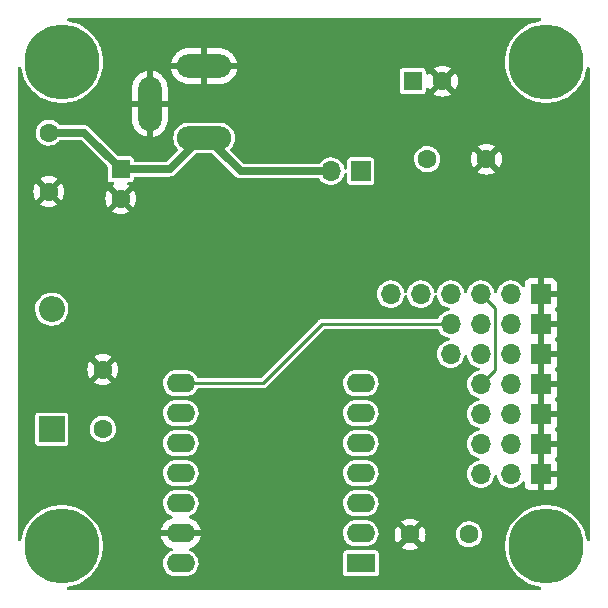
<source format=gbl>
%TF.GenerationSoftware,KiCad,Pcbnew,(6.0.1)*%
%TF.CreationDate,2022-06-03T05:47:02-04:00*%
%TF.ProjectId,QTPy49,51545079-3439-42e6-9b69-6361645f7063,rev?*%
%TF.SameCoordinates,Original*%
%TF.FileFunction,Copper,L2,Bot*%
%TF.FilePolarity,Positive*%
%FSLAX46Y46*%
G04 Gerber Fmt 4.6, Leading zero omitted, Abs format (unit mm)*
G04 Created by KiCad (PCBNEW (6.0.1)) date 2022-06-03 05:47:02*
%MOMM*%
%LPD*%
G01*
G04 APERTURE LIST*
%TA.AperFunction,ComponentPad*%
%ADD10R,1.700000X1.700000*%
%TD*%
%TA.AperFunction,ComponentPad*%
%ADD11O,1.700000X1.700000*%
%TD*%
%TA.AperFunction,ComponentPad*%
%ADD12C,6.350000*%
%TD*%
%TA.AperFunction,ComponentPad*%
%ADD13C,1.600000*%
%TD*%
%TA.AperFunction,ComponentPad*%
%ADD14R,1.600000X1.600000*%
%TD*%
%TA.AperFunction,ComponentPad*%
%ADD15O,4.600000X2.000000*%
%TD*%
%TA.AperFunction,ComponentPad*%
%ADD16O,2.000000X4.600000*%
%TD*%
%TA.AperFunction,ComponentPad*%
%ADD17R,2.400000X1.600000*%
%TD*%
%TA.AperFunction,ComponentPad*%
%ADD18O,2.400000X1.600000*%
%TD*%
%TA.AperFunction,ComponentPad*%
%ADD19R,2.200000X2.200000*%
%TD*%
%TA.AperFunction,ComponentPad*%
%ADD20O,2.200000X2.200000*%
%TD*%
%TA.AperFunction,ViaPad*%
%ADD21C,0.889000*%
%TD*%
%TA.AperFunction,Conductor*%
%ADD22C,0.254000*%
%TD*%
%TA.AperFunction,Conductor*%
%ADD23C,0.635000*%
%TD*%
G04 APERTURE END LIST*
D10*
%TO.P,J7,1,Pin_1*%
%TO.N,GND*%
X44547282Y-33823482D03*
D11*
%TO.P,J7,2,Pin_2*%
%TO.N,+3V3*%
X42007282Y-33823482D03*
%TO.P,J7,3,Pin_3*%
%TO.N,/AD2*%
X39467282Y-33823482D03*
%TD*%
D12*
%TO.P,MTG1,1*%
%TO.N,N/C*%
X4000000Y-4000000D03*
%TD*%
%TO.P,MTG2,1*%
%TO.N,N/C*%
X45000000Y-4000000D03*
%TD*%
%TO.P,MTG4,1*%
%TO.N,N/C*%
X45000000Y-45000000D03*
%TD*%
D10*
%TO.P,J9,1,Pin_1*%
%TO.N,GND*%
X44547282Y-38903482D03*
D11*
%TO.P,J9,2,Pin_2*%
%TO.N,+3V3*%
X42007282Y-38903482D03*
%TO.P,J9,3,Pin_3*%
%TO.N,/AD0*%
X39467282Y-38903482D03*
%TD*%
D10*
%TO.P,J8,1,Pin_1*%
%TO.N,GND*%
X44532282Y-36363482D03*
D11*
%TO.P,J8,2,Pin_2*%
%TO.N,+3V3*%
X41992282Y-36363482D03*
%TO.P,J8,3,Pin_3*%
%TO.N,/AD1*%
X39452282Y-36363482D03*
%TD*%
D13*
%TO.P,C5,1*%
%TO.N,+5V*%
X7463282Y-35053482D03*
%TO.P,C5,2*%
%TO.N,GND*%
X7463282Y-30053482D03*
%TD*%
D12*
%TO.P,MTG3,1*%
%TO.N,N/C*%
X4000000Y-45000000D03*
%TD*%
D14*
%TO.P,C2,1*%
%TO.N,/VIN*%
X8987282Y-13083103D03*
D13*
%TO.P,C2,2*%
%TO.N,GND*%
X8987282Y-15583103D03*
%TD*%
D14*
%TO.P,C3,1*%
%TO.N,/VREG*%
X33712903Y-5629482D03*
D13*
%TO.P,C3,2*%
%TO.N,GND*%
X36212903Y-5629482D03*
%TD*%
D15*
%TO.P,J1,1,1*%
%TO.N,/VIN*%
X16047282Y-10443400D03*
%TO.P,J1,2,2*%
%TO.N,GND*%
X16047282Y-4343400D03*
D16*
%TO.P,J1,3,3*%
X11447282Y-7543400D03*
%TD*%
D10*
%TO.P,J3,1,Pin_1*%
%TO.N,GND*%
X44547282Y-23663482D03*
D11*
%TO.P,J3,2,Pin_2*%
%TO.N,+3V3*%
X42007282Y-23663482D03*
%TO.P,J3,3,Pin_3*%
%TO.N,/AD3*%
X39467282Y-23663482D03*
%TO.P,J3,4,Pin_4*%
%TO.N,/AD10_MOSI*%
X36927282Y-23663482D03*
%TO.P,J3,5,Pin_5*%
%TO.N,/AD9_MISO*%
X34387282Y-23663482D03*
%TO.P,J3,6,Pin_6*%
%TO.N,/AD8_SCK*%
X31847282Y-23663482D03*
%TD*%
D13*
%TO.P,C1,1*%
%TO.N,/VIN*%
X2891282Y-9987482D03*
%TO.P,C1,2*%
%TO.N,GND*%
X2891282Y-14987482D03*
%TD*%
D10*
%TO.P,J6,1,Pin_1*%
%TO.N,GND*%
X44532282Y-31283482D03*
D11*
%TO.P,J6,2,Pin_2*%
%TO.N,+3V3*%
X41992282Y-31283482D03*
%TO.P,J6,3,Pin_3*%
%TO.N,/AD3*%
X39452282Y-31283482D03*
%TD*%
D10*
%TO.P,J5,1,Pin_1*%
%TO.N,GND*%
X44537282Y-28743482D03*
D11*
%TO.P,J5,2,Pin_2*%
%TO.N,+3V3*%
X41997282Y-28743482D03*
%TO.P,J5,3,Pin_3*%
%TO.N,/D4_SDA*%
X39457282Y-28743482D03*
%TO.P,J5,4,Pin_4*%
%TO.N,/D5_SCL*%
X36917282Y-28743482D03*
%TD*%
D10*
%TO.P,J2,1,Pin_1*%
%TO.N,/VREG*%
X29312282Y-13249482D03*
D11*
%TO.P,J2,2,Pin_2*%
%TO.N,/VIN*%
X26772282Y-13249482D03*
%TD*%
D13*
%TO.P,C6,1*%
%TO.N,+3V3*%
X38474600Y-44000000D03*
%TO.P,C6,2*%
%TO.N,GND*%
X33474600Y-44000000D03*
%TD*%
D17*
%TO.P,BRD1,1,D0/A0/AOUT*%
%TO.N,/AD0*%
X29307282Y-46447282D03*
D18*
%TO.P,BRD1,2,D1/A1/AREF*%
%TO.N,/AD1*%
X29307282Y-43907282D03*
%TO.P,BRD1,3,D2/A2*%
%TO.N,/AD2*%
X29307282Y-41367282D03*
%TO.P,BRD1,4,D3/A3*%
%TO.N,/AD3*%
X29307282Y-38827282D03*
%TO.P,BRD1,5,D4/SDA*%
%TO.N,/D4_SDA*%
X29307282Y-36287282D03*
%TO.P,BRD1,6,D5/SCL*%
%TO.N,/D5_SCL*%
X29307282Y-33747282D03*
%TO.P,BRD1,7,D6/TX/A6*%
%TO.N,/AD6_TX*%
X29307282Y-31207282D03*
%TO.P,BRD1,8,D7/RX/A7*%
%TO.N,/AD7_RX*%
X14067282Y-31207282D03*
%TO.P,BRD1,9,D8/SCK/A8*%
%TO.N,/AD8_SCK*%
X14067282Y-33747282D03*
%TO.P,BRD1,10,D9/MISO/A9*%
%TO.N,/AD9_MISO*%
X14067282Y-36287282D03*
%TO.P,BRD1,11,D10/MOSI/A10*%
%TO.N,/AD10_MOSI*%
X14067282Y-38827282D03*
%TO.P,BRD1,12,3.3V*%
%TO.N,+3V3*%
X14067282Y-41367282D03*
%TO.P,BRD1,13,GND*%
%TO.N,GND*%
X14067282Y-43907282D03*
%TO.P,BRD1,14,5V*%
%TO.N,+5V*%
X14067282Y-46447282D03*
%TD*%
D13*
%TO.P,C4,1*%
%TO.N,/VREG*%
X34935282Y-12233482D03*
%TO.P,C4,2*%
%TO.N,GND*%
X39935282Y-12233482D03*
%TD*%
D10*
%TO.P,J4,1,Pin_1*%
%TO.N,GND*%
X44547282Y-26203482D03*
D11*
%TO.P,J4,2,Pin_2*%
%TO.N,+3V3*%
X42007282Y-26203482D03*
%TO.P,J4,3,Pin_3*%
%TO.N,/AD6_TX*%
X39467282Y-26203482D03*
%TO.P,J4,4,Pin_4*%
%TO.N,/AD7_RX*%
X36927282Y-26203482D03*
%TD*%
D19*
%TO.P,D1,1,K*%
%TO.N,+5V*%
X3145282Y-35093482D03*
D20*
%TO.P,D1,2,A*%
%TO.N,/VREG*%
X3145282Y-24933482D03*
%TD*%
D21*
%TO.N,GND*%
X21433282Y-8423482D03*
%TD*%
D22*
%TO.N,/AD3*%
X40636993Y-30098771D02*
X40636993Y-26865193D01*
X39452282Y-31283482D02*
X40636993Y-30098771D01*
X40646993Y-24843193D02*
X39467282Y-23663482D01*
X40646993Y-26855193D02*
X40646993Y-24843193D01*
X40636993Y-26865193D02*
X40646993Y-26855193D01*
%TO.N,/AD7_RX*%
X26005282Y-26203482D02*
X21001482Y-31207282D01*
X36927282Y-26203482D02*
X26005282Y-26203482D01*
X21001482Y-31207282D02*
X14067282Y-31207282D01*
D23*
%TO.N,/VIN*%
X5891661Y-9987482D02*
X8987282Y-13083103D01*
X2891282Y-9987482D02*
X5891661Y-9987482D01*
X19124282Y-13249482D02*
X16047282Y-10172482D01*
X8987282Y-13083103D02*
X13136661Y-13083103D01*
X13136661Y-13083103D02*
X16047282Y-10172482D01*
X26772282Y-13249482D02*
X19124282Y-13249482D01*
%TD*%
%TA.AperFunction,Conductor*%
%TO.N,GND*%
G36*
X44550059Y-324802D02*
G01*
X44596552Y-378458D01*
X44606656Y-448732D01*
X44577162Y-513312D01*
X44517436Y-551696D01*
X44501650Y-555249D01*
X44275412Y-591081D01*
X43923052Y-685496D01*
X43582492Y-816225D01*
X43579552Y-817723D01*
X43260403Y-980337D01*
X43260396Y-980341D01*
X43257462Y-981836D01*
X42951524Y-1180514D01*
X42668029Y-1410084D01*
X42410084Y-1668029D01*
X42180514Y-1951524D01*
X41981836Y-2257462D01*
X41816225Y-2582492D01*
X41815041Y-2585577D01*
X41718039Y-2838276D01*
X41685496Y-2923052D01*
X41591081Y-3275412D01*
X41571412Y-3399598D01*
X41539562Y-3600695D01*
X41534016Y-3635710D01*
X41514924Y-4000000D01*
X41534016Y-4364290D01*
X41534529Y-4367530D01*
X41534530Y-4367538D01*
X41553937Y-4490068D01*
X41591081Y-4724588D01*
X41685496Y-5076948D01*
X41816225Y-5417508D01*
X41817723Y-5420448D01*
X41974112Y-5727378D01*
X41981836Y-5742538D01*
X41983632Y-5745304D01*
X41983634Y-5745307D01*
X42050664Y-5848524D01*
X42180514Y-6048476D01*
X42410084Y-6331971D01*
X42668029Y-6589916D01*
X42951524Y-6819486D01*
X43257462Y-7018164D01*
X43260396Y-7019659D01*
X43260403Y-7019663D01*
X43579552Y-7182277D01*
X43582492Y-7183775D01*
X43923052Y-7314504D01*
X44275412Y-7408919D01*
X44466987Y-7439261D01*
X44632462Y-7465470D01*
X44632470Y-7465471D01*
X44635710Y-7465984D01*
X45000000Y-7485076D01*
X45364290Y-7465984D01*
X45367530Y-7465471D01*
X45367538Y-7465470D01*
X45533013Y-7439261D01*
X45724588Y-7408919D01*
X46076948Y-7314504D01*
X46417508Y-7183775D01*
X46420448Y-7182277D01*
X46739597Y-7019663D01*
X46739604Y-7019659D01*
X46742538Y-7018164D01*
X47048476Y-6819486D01*
X47331971Y-6589916D01*
X47589916Y-6331971D01*
X47819486Y-6048476D01*
X47949336Y-5848524D01*
X48016366Y-5745307D01*
X48016368Y-5745304D01*
X48018164Y-5742538D01*
X48025889Y-5727378D01*
X48182277Y-5420448D01*
X48183775Y-5417508D01*
X48314504Y-5076948D01*
X48408919Y-4724588D01*
X48444751Y-4498351D01*
X48475163Y-4434198D01*
X48535431Y-4396671D01*
X48606421Y-4397685D01*
X48665593Y-4436918D01*
X48694161Y-4501913D01*
X48695200Y-4518062D01*
X48695200Y-44481938D01*
X48675198Y-44550059D01*
X48621542Y-44596552D01*
X48551268Y-44606656D01*
X48486688Y-44577162D01*
X48448304Y-44517436D01*
X48444751Y-44501649D01*
X48436807Y-44451492D01*
X48408919Y-44275412D01*
X48314504Y-43923052D01*
X48183775Y-43582492D01*
X48103624Y-43425187D01*
X48019663Y-43260403D01*
X48019659Y-43260396D01*
X48018164Y-43257462D01*
X47819486Y-42951524D01*
X47589916Y-42668029D01*
X47331971Y-42410084D01*
X47048476Y-42180514D01*
X46789068Y-42012053D01*
X46745307Y-41983634D01*
X46745304Y-41983632D01*
X46742538Y-41981836D01*
X46739604Y-41980341D01*
X46739597Y-41980337D01*
X46420448Y-41817723D01*
X46417508Y-41816225D01*
X46076948Y-41685496D01*
X45724588Y-41591081D01*
X45533013Y-41560739D01*
X45367538Y-41534530D01*
X45367530Y-41534529D01*
X45364290Y-41534016D01*
X45000000Y-41514924D01*
X44635710Y-41534016D01*
X44632470Y-41534529D01*
X44632462Y-41534530D01*
X44466987Y-41560739D01*
X44275412Y-41591081D01*
X43923052Y-41685496D01*
X43582492Y-41816225D01*
X43579552Y-41817723D01*
X43260403Y-41980337D01*
X43260396Y-41980341D01*
X43257462Y-41981836D01*
X43254696Y-41983632D01*
X43254693Y-41983634D01*
X43210932Y-42012053D01*
X42951524Y-42180514D01*
X42668029Y-42410084D01*
X42410084Y-42668029D01*
X42180514Y-42951524D01*
X41981836Y-43257462D01*
X41980341Y-43260396D01*
X41980337Y-43260403D01*
X41896376Y-43425187D01*
X41816225Y-43582492D01*
X41685496Y-43923052D01*
X41591081Y-44275412D01*
X41564417Y-44443761D01*
X41535252Y-44627907D01*
X41534016Y-44635710D01*
X41514924Y-45000000D01*
X41534016Y-45364290D01*
X41534529Y-45367530D01*
X41534530Y-45367538D01*
X41560739Y-45533013D01*
X41591081Y-45724588D01*
X41685496Y-46076948D01*
X41816225Y-46417508D01*
X41817723Y-46420448D01*
X41962360Y-46704314D01*
X41981836Y-46742538D01*
X41983632Y-46745304D01*
X41983634Y-46745307D01*
X42021059Y-46802936D01*
X42180514Y-47048476D01*
X42410084Y-47331971D01*
X42668029Y-47589916D01*
X42951524Y-47819486D01*
X43257462Y-48018164D01*
X43260396Y-48019659D01*
X43260403Y-48019663D01*
X43579552Y-48182277D01*
X43582492Y-48183775D01*
X43923052Y-48314504D01*
X44275412Y-48408919D01*
X44501649Y-48444751D01*
X44565802Y-48475163D01*
X44603329Y-48535431D01*
X44602315Y-48606421D01*
X44563082Y-48665593D01*
X44498087Y-48694161D01*
X44481938Y-48695200D01*
X4518062Y-48695200D01*
X4449941Y-48675198D01*
X4403448Y-48621542D01*
X4393344Y-48551268D01*
X4422838Y-48486688D01*
X4482564Y-48448304D01*
X4498351Y-48444751D01*
X4724588Y-48408919D01*
X5076948Y-48314504D01*
X5417508Y-48183775D01*
X5420448Y-48182277D01*
X5739597Y-48019663D01*
X5739604Y-48019659D01*
X5742538Y-48018164D01*
X6048476Y-47819486D01*
X6331971Y-47589916D01*
X6589916Y-47331971D01*
X6819486Y-47048476D01*
X6978941Y-46802936D01*
X7016366Y-46745307D01*
X7016368Y-46745304D01*
X7018164Y-46742538D01*
X7037641Y-46704314D01*
X7182277Y-46420448D01*
X7183775Y-46417508D01*
X7314504Y-46076948D01*
X7408919Y-45724588D01*
X7439261Y-45533013D01*
X7465470Y-45367538D01*
X7465471Y-45367530D01*
X7465984Y-45364290D01*
X7485076Y-45000000D01*
X7465984Y-44635710D01*
X7464749Y-44627907D01*
X7435583Y-44443761D01*
X7408919Y-44275412D01*
X7381693Y-44173804D01*
X12384555Y-44173804D01*
X12432046Y-44351043D01*
X12435792Y-44361335D01*
X12527868Y-44558793D01*
X12533351Y-44568289D01*
X12658310Y-44746749D01*
X12665366Y-44755157D01*
X12819407Y-44909198D01*
X12827815Y-44916254D01*
X13006275Y-45041213D01*
X13015771Y-45046696D01*
X13213229Y-45138772D01*
X13223521Y-45142518D01*
X13294083Y-45161425D01*
X13354706Y-45198377D01*
X13385727Y-45262238D01*
X13377299Y-45332732D01*
X13332096Y-45387479D01*
X13296941Y-45404037D01*
X13254942Y-45416358D01*
X13249615Y-45419102D01*
X13249614Y-45419102D01*
X13072769Y-45510183D01*
X13072766Y-45510185D01*
X13067438Y-45512929D01*
X12901578Y-45643214D01*
X12897646Y-45647745D01*
X12897643Y-45647748D01*
X12831270Y-45724237D01*
X12763347Y-45802511D01*
X12760347Y-45807697D01*
X12760344Y-45807701D01*
X12713364Y-45888910D01*
X12657732Y-45985074D01*
X12588544Y-46184314D01*
X12558280Y-46393043D01*
X12568031Y-46603729D01*
X12569435Y-46609554D01*
X12602152Y-46745307D01*
X12617446Y-46808769D01*
X12704742Y-47000767D01*
X12826769Y-47172793D01*
X12979124Y-47318641D01*
X13156309Y-47433048D01*
X13161875Y-47435291D01*
X13346363Y-47509642D01*
X13346366Y-47509643D01*
X13351932Y-47511886D01*
X13455608Y-47532133D01*
X13554487Y-47551443D01*
X13554490Y-47551443D01*
X13558933Y-47552311D01*
X13564474Y-47552582D01*
X14519981Y-47552582D01*
X14677240Y-47537578D01*
X14879622Y-47478206D01*
X14970461Y-47431421D01*
X15061795Y-47384381D01*
X15061798Y-47384379D01*
X15067126Y-47381635D01*
X15180422Y-47292640D01*
X27801982Y-47292640D01*
X27803278Y-47303534D01*
X27803967Y-47309322D01*
X27805149Y-47319260D01*
X27851318Y-47423201D01*
X27891468Y-47463280D01*
X27923577Y-47495334D01*
X27923579Y-47495335D01*
X27931810Y-47503552D01*
X28035831Y-47549540D01*
X28061924Y-47552582D01*
X30552640Y-47552582D01*
X30563534Y-47551286D01*
X30569875Y-47550532D01*
X30569878Y-47550531D01*
X30579260Y-47549415D01*
X30683201Y-47503246D01*
X30751037Y-47435291D01*
X30755334Y-47430987D01*
X30755335Y-47430985D01*
X30763552Y-47422754D01*
X30809540Y-47318733D01*
X30812582Y-47292640D01*
X30812582Y-45601924D01*
X30811286Y-45591030D01*
X30810532Y-45584689D01*
X30810531Y-45584686D01*
X30809415Y-45575304D01*
X30763246Y-45471363D01*
X30723096Y-45431284D01*
X30690987Y-45399230D01*
X30690985Y-45399229D01*
X30682754Y-45391012D01*
X30578733Y-45345024D01*
X30552640Y-45341982D01*
X28061924Y-45341982D01*
X28051030Y-45343278D01*
X28044689Y-45344032D01*
X28044686Y-45344033D01*
X28035304Y-45345149D01*
X27931363Y-45391318D01*
X27908050Y-45414672D01*
X27859230Y-45463577D01*
X27859229Y-45463579D01*
X27851012Y-45471810D01*
X27805024Y-45575831D01*
X27801982Y-45601924D01*
X27801982Y-47292640D01*
X15180422Y-47292640D01*
X15232986Y-47251350D01*
X15236918Y-47246819D01*
X15236921Y-47246816D01*
X15367286Y-47096583D01*
X15371217Y-47092053D01*
X15374217Y-47086867D01*
X15374220Y-47086863D01*
X15473826Y-46914686D01*
X15476832Y-46909490D01*
X15546020Y-46710250D01*
X15576284Y-46501521D01*
X15566533Y-46290835D01*
X15540862Y-46184314D01*
X15518524Y-46091628D01*
X15518523Y-46091626D01*
X15517118Y-46085795D01*
X15514501Y-46080038D01*
X15432302Y-45899252D01*
X15429822Y-45893797D01*
X15307795Y-45721771D01*
X15155440Y-45575923D01*
X14978255Y-45461516D01*
X14825762Y-45400060D01*
X14770056Y-45356045D01*
X14746989Y-45288900D01*
X14763886Y-45219943D01*
X14815381Y-45171068D01*
X14840249Y-45161487D01*
X14911043Y-45142518D01*
X14921335Y-45138772D01*
X15034372Y-45086062D01*
X32753093Y-45086062D01*
X32762389Y-45098077D01*
X32813594Y-45133931D01*
X32823089Y-45139414D01*
X33020547Y-45231490D01*
X33030839Y-45235236D01*
X33241288Y-45291625D01*
X33252081Y-45293528D01*
X33469125Y-45312517D01*
X33480075Y-45312517D01*
X33697119Y-45293528D01*
X33707912Y-45291625D01*
X33918361Y-45235236D01*
X33928653Y-45231490D01*
X34126111Y-45139414D01*
X34135606Y-45133931D01*
X34187648Y-45097491D01*
X34196024Y-45087012D01*
X34188956Y-45073566D01*
X33487412Y-44372022D01*
X33473468Y-44364408D01*
X33471635Y-44364539D01*
X33465020Y-44368790D01*
X32759523Y-45074287D01*
X32753093Y-45086062D01*
X15034372Y-45086062D01*
X15118793Y-45046696D01*
X15128289Y-45041213D01*
X15306749Y-44916254D01*
X15315157Y-44909198D01*
X15469198Y-44755157D01*
X15476254Y-44746749D01*
X15601213Y-44568289D01*
X15606696Y-44558793D01*
X15698772Y-44361335D01*
X15702518Y-44351043D01*
X15748676Y-44178779D01*
X15748340Y-44164683D01*
X15740398Y-44161282D01*
X12399315Y-44161282D01*
X12385784Y-44165255D01*
X12384555Y-44173804D01*
X7381693Y-44173804D01*
X7314504Y-43923052D01*
X7287630Y-43853043D01*
X27798280Y-43853043D01*
X27808031Y-44063729D01*
X27809435Y-44069554D01*
X27855124Y-44259133D01*
X27857446Y-44268769D01*
X27859928Y-44274227D01*
X27859929Y-44274231D01*
X27899533Y-44361335D01*
X27944742Y-44460767D01*
X28066769Y-44632793D01*
X28219124Y-44778641D01*
X28396309Y-44893048D01*
X28441147Y-44911118D01*
X28586363Y-44969642D01*
X28586366Y-44969643D01*
X28591932Y-44971886D01*
X28695608Y-44992133D01*
X28794487Y-45011443D01*
X28794490Y-45011443D01*
X28798933Y-45012311D01*
X28804474Y-45012582D01*
X29759981Y-45012582D01*
X29917240Y-44997578D01*
X30119622Y-44938206D01*
X30159573Y-44917630D01*
X30301795Y-44844381D01*
X30301798Y-44844379D01*
X30307126Y-44841635D01*
X30472986Y-44711350D01*
X30476918Y-44706819D01*
X30476921Y-44706816D01*
X30599286Y-44565802D01*
X30611217Y-44552053D01*
X30614217Y-44546867D01*
X30614220Y-44546863D01*
X30713826Y-44374686D01*
X30716832Y-44369490D01*
X30786020Y-44170250D01*
X30787321Y-44161282D01*
X30809911Y-44005475D01*
X32162083Y-44005475D01*
X32181072Y-44222519D01*
X32182975Y-44233312D01*
X32239364Y-44443761D01*
X32243110Y-44454053D01*
X32335186Y-44651511D01*
X32340669Y-44661006D01*
X32377109Y-44713048D01*
X32387588Y-44721424D01*
X32401034Y-44714356D01*
X33102578Y-44012812D01*
X33108956Y-44001132D01*
X33839008Y-44001132D01*
X33839139Y-44002965D01*
X33843390Y-44009580D01*
X34548887Y-44715077D01*
X34560662Y-44721507D01*
X34572677Y-44712211D01*
X34608531Y-44661006D01*
X34614014Y-44651511D01*
X34706090Y-44454053D01*
X34709836Y-44443761D01*
X34766225Y-44233312D01*
X34768128Y-44222519D01*
X34787117Y-44005475D01*
X34787117Y-43994525D01*
X34785054Y-43970943D01*
X37364945Y-43970943D01*
X37378231Y-44173648D01*
X37379652Y-44179244D01*
X37379653Y-44179249D01*
X37401332Y-44264607D01*
X37428235Y-44370537D01*
X37513281Y-44555017D01*
X37630523Y-44720910D01*
X37776032Y-44862659D01*
X37780828Y-44865864D01*
X37780831Y-44865866D01*
X37884989Y-44935462D01*
X37944937Y-44975518D01*
X37950240Y-44977796D01*
X37950243Y-44977798D01*
X38126273Y-45053426D01*
X38131580Y-45055706D01*
X38203981Y-45072088D01*
X38324074Y-45099263D01*
X38324079Y-45099264D01*
X38329711Y-45100538D01*
X38335482Y-45100765D01*
X38335484Y-45100765D01*
X38394401Y-45103080D01*
X38532695Y-45108514D01*
X38650721Y-45091401D01*
X38728011Y-45080195D01*
X38728015Y-45080194D01*
X38733733Y-45079365D01*
X38739205Y-45077507D01*
X38739207Y-45077507D01*
X38920628Y-45015922D01*
X38920630Y-45015921D01*
X38926092Y-45014067D01*
X39103331Y-44914809D01*
X39110078Y-44909198D01*
X39255081Y-44788599D01*
X39259513Y-44784913D01*
X39389409Y-44628731D01*
X39488667Y-44451492D01*
X39490522Y-44446028D01*
X39552107Y-44264607D01*
X39552107Y-44264605D01*
X39553965Y-44259133D01*
X39583114Y-44058095D01*
X39584635Y-44000000D01*
X39566047Y-43797712D01*
X39554516Y-43756824D01*
X39549235Y-43738101D01*
X39510907Y-43602199D01*
X39421060Y-43420008D01*
X39322328Y-43287789D01*
X39302970Y-43261866D01*
X39302969Y-43261865D01*
X39299517Y-43257242D01*
X39281332Y-43240432D01*
X39154586Y-43123269D01*
X39154583Y-43123267D01*
X39150346Y-43119350D01*
X39055342Y-43059407D01*
X38983429Y-43014033D01*
X38983424Y-43014031D01*
X38978545Y-43010952D01*
X38789867Y-42935677D01*
X38590630Y-42896046D01*
X38584855Y-42895970D01*
X38584851Y-42895970D01*
X38483362Y-42894642D01*
X38387508Y-42893387D01*
X38381811Y-42894366D01*
X38381810Y-42894366D01*
X38192999Y-42926810D01*
X38187302Y-42927789D01*
X37996718Y-42998099D01*
X37822138Y-43101963D01*
X37669409Y-43235902D01*
X37543646Y-43395432D01*
X37540957Y-43400543D01*
X37540955Y-43400546D01*
X37493123Y-43491461D01*
X37449061Y-43575208D01*
X37388822Y-43769211D01*
X37364945Y-43970943D01*
X34785054Y-43970943D01*
X34768128Y-43777481D01*
X34766225Y-43766688D01*
X34709836Y-43556239D01*
X34706090Y-43545947D01*
X34614014Y-43348489D01*
X34608531Y-43338994D01*
X34572091Y-43286952D01*
X34561612Y-43278576D01*
X34548166Y-43285644D01*
X33846622Y-43987188D01*
X33839008Y-44001132D01*
X33108956Y-44001132D01*
X33110192Y-43998868D01*
X33110061Y-43997035D01*
X33105810Y-43990420D01*
X32400313Y-43284923D01*
X32388538Y-43278493D01*
X32376523Y-43287789D01*
X32340669Y-43338994D01*
X32335186Y-43348489D01*
X32243110Y-43545947D01*
X32239364Y-43556239D01*
X32182975Y-43766688D01*
X32181072Y-43777481D01*
X32162083Y-43994525D01*
X32162083Y-44005475D01*
X30809911Y-44005475D01*
X30815423Y-43967461D01*
X30815423Y-43967458D01*
X30816284Y-43961521D01*
X30806533Y-43750835D01*
X30780862Y-43644314D01*
X30758524Y-43551628D01*
X30758523Y-43551626D01*
X30757118Y-43545795D01*
X30719711Y-43463521D01*
X30672302Y-43359252D01*
X30669822Y-43353797D01*
X30547795Y-43181771D01*
X30395440Y-43035923D01*
X30218255Y-42921516D01*
X30197094Y-42912988D01*
X32753176Y-42912988D01*
X32760244Y-42926434D01*
X33461788Y-43627978D01*
X33475732Y-43635592D01*
X33477565Y-43635461D01*
X33484180Y-43631210D01*
X34189677Y-42925713D01*
X34196107Y-42913938D01*
X34186811Y-42901923D01*
X34135606Y-42866069D01*
X34126111Y-42860586D01*
X33928653Y-42768510D01*
X33918361Y-42764764D01*
X33707912Y-42708375D01*
X33697119Y-42706472D01*
X33480075Y-42687483D01*
X33469125Y-42687483D01*
X33252081Y-42706472D01*
X33241288Y-42708375D01*
X33030839Y-42764764D01*
X33020547Y-42768510D01*
X32823089Y-42860586D01*
X32813594Y-42866069D01*
X32761552Y-42902509D01*
X32753176Y-42912988D01*
X30197094Y-42912988D01*
X30113012Y-42879102D01*
X30028201Y-42844922D01*
X30028198Y-42844921D01*
X30022632Y-42842678D01*
X29891073Y-42816986D01*
X29820077Y-42803121D01*
X29820074Y-42803121D01*
X29815631Y-42802253D01*
X29810090Y-42801982D01*
X28854583Y-42801982D01*
X28697324Y-42816986D01*
X28494942Y-42876358D01*
X28489615Y-42879102D01*
X28489614Y-42879102D01*
X28312769Y-42970183D01*
X28312766Y-42970185D01*
X28307438Y-42972929D01*
X28141578Y-43103214D01*
X28137646Y-43107745D01*
X28137643Y-43107748D01*
X28069170Y-43186657D01*
X28003347Y-43262511D01*
X28000347Y-43267697D01*
X28000344Y-43267701D01*
X27923492Y-43400546D01*
X27897732Y-43445074D01*
X27828544Y-43644314D01*
X27827684Y-43650247D01*
X27827683Y-43650250D01*
X27805468Y-43803469D01*
X27798280Y-43853043D01*
X7287630Y-43853043D01*
X7204232Y-43635785D01*
X12385888Y-43635785D01*
X12386224Y-43649881D01*
X12394166Y-43653282D01*
X15735249Y-43653282D01*
X15748780Y-43649309D01*
X15750009Y-43640760D01*
X15702518Y-43463521D01*
X15698772Y-43453229D01*
X15606696Y-43255771D01*
X15601213Y-43246275D01*
X15476254Y-43067815D01*
X15469198Y-43059407D01*
X15315157Y-42905366D01*
X15306749Y-42898310D01*
X15128289Y-42773351D01*
X15118793Y-42767868D01*
X14921335Y-42675792D01*
X14911043Y-42672046D01*
X14840481Y-42653139D01*
X14779858Y-42616187D01*
X14748837Y-42552326D01*
X14757265Y-42481832D01*
X14802468Y-42427085D01*
X14837623Y-42410527D01*
X14846240Y-42407999D01*
X14879622Y-42398206D01*
X14973618Y-42349795D01*
X15061795Y-42304381D01*
X15061798Y-42304379D01*
X15067126Y-42301635D01*
X15232986Y-42171350D01*
X15236918Y-42166819D01*
X15236921Y-42166816D01*
X15367286Y-42016583D01*
X15371217Y-42012053D01*
X15374217Y-42006867D01*
X15374220Y-42006863D01*
X15473826Y-41834686D01*
X15476832Y-41829490D01*
X15546020Y-41630250D01*
X15551576Y-41591936D01*
X15575423Y-41427461D01*
X15575423Y-41427458D01*
X15576284Y-41421521D01*
X15571263Y-41313043D01*
X27798280Y-41313043D01*
X27808031Y-41523729D01*
X27857446Y-41728769D01*
X27944742Y-41920767D01*
X28066769Y-42092793D01*
X28219124Y-42238641D01*
X28396309Y-42353048D01*
X28401875Y-42355291D01*
X28586363Y-42429642D01*
X28586366Y-42429643D01*
X28591932Y-42431886D01*
X28695608Y-42452133D01*
X28794487Y-42471443D01*
X28794490Y-42471443D01*
X28798933Y-42472311D01*
X28804474Y-42472582D01*
X29759981Y-42472582D01*
X29917240Y-42457578D01*
X30119622Y-42398206D01*
X30213618Y-42349795D01*
X30301795Y-42304381D01*
X30301798Y-42304379D01*
X30307126Y-42301635D01*
X30472986Y-42171350D01*
X30476918Y-42166819D01*
X30476921Y-42166816D01*
X30607286Y-42016583D01*
X30611217Y-42012053D01*
X30614217Y-42006867D01*
X30614220Y-42006863D01*
X30713826Y-41834686D01*
X30716832Y-41829490D01*
X30786020Y-41630250D01*
X30791576Y-41591936D01*
X30815423Y-41427461D01*
X30815423Y-41427458D01*
X30816284Y-41421521D01*
X30806533Y-41210835D01*
X30780862Y-41104314D01*
X30758524Y-41011628D01*
X30758523Y-41011626D01*
X30757118Y-41005795D01*
X30669822Y-40813797D01*
X30547795Y-40641771D01*
X30395440Y-40495923D01*
X30218255Y-40381516D01*
X30113012Y-40339102D01*
X30028201Y-40304922D01*
X30028198Y-40304921D01*
X30022632Y-40302678D01*
X29891073Y-40276986D01*
X29820077Y-40263121D01*
X29820074Y-40263121D01*
X29815631Y-40262253D01*
X29810090Y-40261982D01*
X28854583Y-40261982D01*
X28697324Y-40276986D01*
X28494942Y-40336358D01*
X28489615Y-40339102D01*
X28489614Y-40339102D01*
X28312769Y-40430183D01*
X28312766Y-40430185D01*
X28307438Y-40432929D01*
X28141578Y-40563214D01*
X28137646Y-40567745D01*
X28137643Y-40567748D01*
X28069170Y-40646657D01*
X28003347Y-40722511D01*
X28000347Y-40727697D01*
X28000344Y-40727701D01*
X27953364Y-40808910D01*
X27897732Y-40905074D01*
X27828544Y-41104314D01*
X27798280Y-41313043D01*
X15571263Y-41313043D01*
X15566533Y-41210835D01*
X15540862Y-41104314D01*
X15518524Y-41011628D01*
X15518523Y-41011626D01*
X15517118Y-41005795D01*
X15429822Y-40813797D01*
X15307795Y-40641771D01*
X15155440Y-40495923D01*
X14978255Y-40381516D01*
X14873012Y-40339102D01*
X14788201Y-40304922D01*
X14788198Y-40304921D01*
X14782632Y-40302678D01*
X14651073Y-40276986D01*
X14580077Y-40263121D01*
X14580074Y-40263121D01*
X14575631Y-40262253D01*
X14570090Y-40261982D01*
X13614583Y-40261982D01*
X13457324Y-40276986D01*
X13254942Y-40336358D01*
X13249615Y-40339102D01*
X13249614Y-40339102D01*
X13072769Y-40430183D01*
X13072766Y-40430185D01*
X13067438Y-40432929D01*
X12901578Y-40563214D01*
X12897646Y-40567745D01*
X12897643Y-40567748D01*
X12829170Y-40646657D01*
X12763347Y-40722511D01*
X12760347Y-40727697D01*
X12760344Y-40727701D01*
X12713364Y-40808910D01*
X12657732Y-40905074D01*
X12588544Y-41104314D01*
X12558280Y-41313043D01*
X12568031Y-41523729D01*
X12617446Y-41728769D01*
X12704742Y-41920767D01*
X12826769Y-42092793D01*
X12979124Y-42238641D01*
X13156309Y-42353048D01*
X13303651Y-42412428D01*
X13308802Y-42414504D01*
X13364508Y-42458519D01*
X13387575Y-42525664D01*
X13370678Y-42594621D01*
X13319183Y-42643496D01*
X13294315Y-42653077D01*
X13223521Y-42672046D01*
X13213229Y-42675792D01*
X13015771Y-42767868D01*
X13006275Y-42773351D01*
X12827815Y-42898310D01*
X12819407Y-42905366D01*
X12665366Y-43059407D01*
X12658310Y-43067815D01*
X12533351Y-43246275D01*
X12527868Y-43255771D01*
X12435792Y-43453229D01*
X12432046Y-43463521D01*
X12385888Y-43635785D01*
X7204232Y-43635785D01*
X7183775Y-43582492D01*
X7103624Y-43425187D01*
X7019663Y-43260403D01*
X7019659Y-43260396D01*
X7018164Y-43257462D01*
X6819486Y-42951524D01*
X6589916Y-42668029D01*
X6331971Y-42410084D01*
X6048476Y-42180514D01*
X5789068Y-42012053D01*
X5745307Y-41983634D01*
X5745304Y-41983632D01*
X5742538Y-41981836D01*
X5739604Y-41980341D01*
X5739597Y-41980337D01*
X5420448Y-41817723D01*
X5417508Y-41816225D01*
X5076948Y-41685496D01*
X4724588Y-41591081D01*
X4533013Y-41560739D01*
X4367538Y-41534530D01*
X4367530Y-41534529D01*
X4364290Y-41534016D01*
X4000000Y-41514924D01*
X3635710Y-41534016D01*
X3632470Y-41534529D01*
X3632462Y-41534530D01*
X3466987Y-41560739D01*
X3275412Y-41591081D01*
X2923052Y-41685496D01*
X2582492Y-41816225D01*
X2579552Y-41817723D01*
X2260403Y-41980337D01*
X2260396Y-41980341D01*
X2257462Y-41981836D01*
X2254696Y-41983632D01*
X2254693Y-41983634D01*
X2210932Y-42012053D01*
X1951524Y-42180514D01*
X1668029Y-42410084D01*
X1410084Y-42668029D01*
X1180514Y-42951524D01*
X981836Y-43257462D01*
X980341Y-43260396D01*
X980337Y-43260403D01*
X896376Y-43425187D01*
X816225Y-43582492D01*
X685496Y-43923052D01*
X591081Y-44275412D01*
X563193Y-44451492D01*
X555249Y-44501649D01*
X524837Y-44565802D01*
X464569Y-44603329D01*
X393579Y-44602315D01*
X334407Y-44563082D01*
X305839Y-44498087D01*
X304800Y-44481938D01*
X304800Y-38773043D01*
X12558280Y-38773043D01*
X12568031Y-38983729D01*
X12569435Y-38989554D01*
X12614272Y-39175597D01*
X12617446Y-39188769D01*
X12704742Y-39380767D01*
X12826769Y-39552793D01*
X12979124Y-39698641D01*
X13156309Y-39813048D01*
X13161875Y-39815291D01*
X13346363Y-39889642D01*
X13346366Y-39889643D01*
X13351932Y-39891886D01*
X13455608Y-39912133D01*
X13554487Y-39931443D01*
X13554490Y-39931443D01*
X13558933Y-39932311D01*
X13564474Y-39932582D01*
X14519981Y-39932582D01*
X14677240Y-39917578D01*
X14879622Y-39858206D01*
X14976381Y-39808372D01*
X15061795Y-39764381D01*
X15061798Y-39764379D01*
X15067126Y-39761635D01*
X15232986Y-39631350D01*
X15236918Y-39626819D01*
X15236921Y-39626816D01*
X15367286Y-39476583D01*
X15371217Y-39472053D01*
X15374217Y-39466867D01*
X15374220Y-39466863D01*
X15473826Y-39294686D01*
X15476832Y-39289490D01*
X15546020Y-39090250D01*
X15563826Y-38967447D01*
X15575423Y-38887461D01*
X15575423Y-38887458D01*
X15576284Y-38881521D01*
X15571263Y-38773043D01*
X27798280Y-38773043D01*
X27808031Y-38983729D01*
X27809435Y-38989554D01*
X27854272Y-39175597D01*
X27857446Y-39188769D01*
X27944742Y-39380767D01*
X28066769Y-39552793D01*
X28219124Y-39698641D01*
X28396309Y-39813048D01*
X28401875Y-39815291D01*
X28586363Y-39889642D01*
X28586366Y-39889643D01*
X28591932Y-39891886D01*
X28695608Y-39912133D01*
X28794487Y-39931443D01*
X28794490Y-39931443D01*
X28798933Y-39932311D01*
X28804474Y-39932582D01*
X29759981Y-39932582D01*
X29917240Y-39917578D01*
X30119622Y-39858206D01*
X30216381Y-39808372D01*
X30301795Y-39764381D01*
X30301798Y-39764379D01*
X30307126Y-39761635D01*
X30472986Y-39631350D01*
X30476918Y-39626819D01*
X30476921Y-39626816D01*
X30607286Y-39476583D01*
X30611217Y-39472053D01*
X30614217Y-39466867D01*
X30614220Y-39466863D01*
X30713826Y-39294686D01*
X30716832Y-39289490D01*
X30786020Y-39090250D01*
X30803826Y-38967447D01*
X30815423Y-38887461D01*
X30815423Y-38887458D01*
X30816284Y-38881521D01*
X30806533Y-38670835D01*
X30800309Y-38645007D01*
X30758524Y-38471628D01*
X30758523Y-38471626D01*
X30757118Y-38465795D01*
X30669822Y-38273797D01*
X30563001Y-38123208D01*
X30551261Y-38106657D01*
X30551260Y-38106656D01*
X30547795Y-38101771D01*
X30395440Y-37955923D01*
X30218255Y-37841516D01*
X30153522Y-37815428D01*
X30028201Y-37764922D01*
X30028198Y-37764921D01*
X30022632Y-37762678D01*
X29891073Y-37736986D01*
X29820077Y-37723121D01*
X29820074Y-37723121D01*
X29815631Y-37722253D01*
X29810090Y-37721982D01*
X28854583Y-37721982D01*
X28697324Y-37736986D01*
X28494942Y-37796358D01*
X28489615Y-37799102D01*
X28489614Y-37799102D01*
X28312769Y-37890183D01*
X28312766Y-37890185D01*
X28307438Y-37892929D01*
X28141578Y-38023214D01*
X28137646Y-38027745D01*
X28137643Y-38027748D01*
X28051409Y-38127124D01*
X28003347Y-38182511D01*
X28000347Y-38187697D01*
X28000344Y-38187701D01*
X27909229Y-38345201D01*
X27897732Y-38365074D01*
X27828544Y-38564314D01*
X27827684Y-38570247D01*
X27827683Y-38570250D01*
X27799141Y-38767103D01*
X27798280Y-38773043D01*
X15571263Y-38773043D01*
X15566533Y-38670835D01*
X15560309Y-38645007D01*
X15518524Y-38471628D01*
X15518523Y-38471626D01*
X15517118Y-38465795D01*
X15429822Y-38273797D01*
X15323001Y-38123208D01*
X15311261Y-38106657D01*
X15311260Y-38106656D01*
X15307795Y-38101771D01*
X15155440Y-37955923D01*
X14978255Y-37841516D01*
X14913522Y-37815428D01*
X14788201Y-37764922D01*
X14788198Y-37764921D01*
X14782632Y-37762678D01*
X14651073Y-37736986D01*
X14580077Y-37723121D01*
X14580074Y-37723121D01*
X14575631Y-37722253D01*
X14570090Y-37721982D01*
X13614583Y-37721982D01*
X13457324Y-37736986D01*
X13254942Y-37796358D01*
X13249615Y-37799102D01*
X13249614Y-37799102D01*
X13072769Y-37890183D01*
X13072766Y-37890185D01*
X13067438Y-37892929D01*
X12901578Y-38023214D01*
X12897646Y-38027745D01*
X12897643Y-38027748D01*
X12811409Y-38127124D01*
X12763347Y-38182511D01*
X12760347Y-38187697D01*
X12760344Y-38187701D01*
X12669229Y-38345201D01*
X12657732Y-38365074D01*
X12588544Y-38564314D01*
X12587684Y-38570247D01*
X12587683Y-38570250D01*
X12559141Y-38767103D01*
X12558280Y-38773043D01*
X304800Y-38773043D01*
X304800Y-36238840D01*
X1739982Y-36238840D01*
X1741278Y-36249734D01*
X1741967Y-36255522D01*
X1743149Y-36265460D01*
X1789318Y-36369401D01*
X1829468Y-36409480D01*
X1861577Y-36441534D01*
X1861579Y-36441535D01*
X1869810Y-36449752D01*
X1973831Y-36495740D01*
X1999924Y-36498782D01*
X4290640Y-36498782D01*
X4301534Y-36497486D01*
X4307875Y-36496732D01*
X4307878Y-36496731D01*
X4317260Y-36495615D01*
X4421201Y-36449446D01*
X4461280Y-36409296D01*
X4493334Y-36377187D01*
X4493335Y-36377185D01*
X4501552Y-36368954D01*
X4547540Y-36264933D01*
X4550582Y-36238840D01*
X4550582Y-36233043D01*
X12558280Y-36233043D01*
X12568031Y-36443729D01*
X12581299Y-36498782D01*
X12614272Y-36635597D01*
X12617446Y-36648769D01*
X12704742Y-36840767D01*
X12826769Y-37012793D01*
X12979124Y-37158641D01*
X13156309Y-37273048D01*
X13161875Y-37275291D01*
X13346363Y-37349642D01*
X13346366Y-37349643D01*
X13351932Y-37351886D01*
X13455608Y-37372133D01*
X13554487Y-37391443D01*
X13554490Y-37391443D01*
X13558933Y-37392311D01*
X13564474Y-37392582D01*
X14519981Y-37392582D01*
X14677240Y-37377578D01*
X14879622Y-37318206D01*
X14976381Y-37268372D01*
X15061795Y-37224381D01*
X15061798Y-37224379D01*
X15067126Y-37221635D01*
X15232986Y-37091350D01*
X15236918Y-37086819D01*
X15236921Y-37086816D01*
X15367286Y-36936583D01*
X15371217Y-36932053D01*
X15374217Y-36926867D01*
X15374220Y-36926863D01*
X15473826Y-36754686D01*
X15476832Y-36749490D01*
X15546020Y-36550250D01*
X15553483Y-36498782D01*
X15575423Y-36347461D01*
X15575423Y-36347458D01*
X15576284Y-36341521D01*
X15571263Y-36233043D01*
X27798280Y-36233043D01*
X27808031Y-36443729D01*
X27821299Y-36498782D01*
X27854272Y-36635597D01*
X27857446Y-36648769D01*
X27944742Y-36840767D01*
X28066769Y-37012793D01*
X28219124Y-37158641D01*
X28396309Y-37273048D01*
X28401875Y-37275291D01*
X28586363Y-37349642D01*
X28586366Y-37349643D01*
X28591932Y-37351886D01*
X28695608Y-37372133D01*
X28794487Y-37391443D01*
X28794490Y-37391443D01*
X28798933Y-37392311D01*
X28804474Y-37392582D01*
X29759981Y-37392582D01*
X29917240Y-37377578D01*
X30119622Y-37318206D01*
X30216381Y-37268372D01*
X30301795Y-37224381D01*
X30301798Y-37224379D01*
X30307126Y-37221635D01*
X30472986Y-37091350D01*
X30476918Y-37086819D01*
X30476921Y-37086816D01*
X30607286Y-36936583D01*
X30611217Y-36932053D01*
X30614217Y-36926867D01*
X30614220Y-36926863D01*
X30713826Y-36754686D01*
X30716832Y-36749490D01*
X30786020Y-36550250D01*
X30793483Y-36498782D01*
X30815423Y-36347461D01*
X30815423Y-36347458D01*
X30816284Y-36341521D01*
X30806533Y-36130835D01*
X30801624Y-36110463D01*
X30758524Y-35931628D01*
X30758523Y-35931626D01*
X30757118Y-35925795D01*
X30669822Y-35733797D01*
X30563001Y-35583208D01*
X30551261Y-35566657D01*
X30551260Y-35566656D01*
X30547795Y-35561771D01*
X30395440Y-35415923D01*
X30218255Y-35301516D01*
X30153522Y-35275428D01*
X30028201Y-35224922D01*
X30028198Y-35224921D01*
X30022632Y-35222678D01*
X29891073Y-35196986D01*
X29820077Y-35183121D01*
X29820074Y-35183121D01*
X29815631Y-35182253D01*
X29810090Y-35181982D01*
X28854583Y-35181982D01*
X28697324Y-35196986D01*
X28494942Y-35256358D01*
X28489615Y-35259102D01*
X28489614Y-35259102D01*
X28312769Y-35350183D01*
X28312766Y-35350185D01*
X28307438Y-35352929D01*
X28141578Y-35483214D01*
X28137646Y-35487745D01*
X28137643Y-35487748D01*
X28032861Y-35608499D01*
X28003347Y-35642511D01*
X28000347Y-35647697D01*
X28000344Y-35647701D01*
X27909229Y-35805201D01*
X27897732Y-35825074D01*
X27828544Y-36024314D01*
X27827684Y-36030247D01*
X27827683Y-36030250D01*
X27799141Y-36227103D01*
X27798280Y-36233043D01*
X15571263Y-36233043D01*
X15566533Y-36130835D01*
X15561624Y-36110463D01*
X15518524Y-35931628D01*
X15518523Y-35931626D01*
X15517118Y-35925795D01*
X15429822Y-35733797D01*
X15323001Y-35583208D01*
X15311261Y-35566657D01*
X15311260Y-35566656D01*
X15307795Y-35561771D01*
X15155440Y-35415923D01*
X14978255Y-35301516D01*
X14913522Y-35275428D01*
X14788201Y-35224922D01*
X14788198Y-35224921D01*
X14782632Y-35222678D01*
X14651073Y-35196986D01*
X14580077Y-35183121D01*
X14580074Y-35183121D01*
X14575631Y-35182253D01*
X14570090Y-35181982D01*
X13614583Y-35181982D01*
X13457324Y-35196986D01*
X13254942Y-35256358D01*
X13249615Y-35259102D01*
X13249614Y-35259102D01*
X13072769Y-35350183D01*
X13072766Y-35350185D01*
X13067438Y-35352929D01*
X12901578Y-35483214D01*
X12897646Y-35487745D01*
X12897643Y-35487748D01*
X12792861Y-35608499D01*
X12763347Y-35642511D01*
X12760347Y-35647697D01*
X12760344Y-35647701D01*
X12669229Y-35805201D01*
X12657732Y-35825074D01*
X12588544Y-36024314D01*
X12587684Y-36030247D01*
X12587683Y-36030250D01*
X12559141Y-36227103D01*
X12558280Y-36233043D01*
X4550582Y-36233043D01*
X4550582Y-35024425D01*
X6353627Y-35024425D01*
X6366913Y-35227130D01*
X6368334Y-35232726D01*
X6368335Y-35232731D01*
X6409770Y-35395878D01*
X6416917Y-35424019D01*
X6501963Y-35608499D01*
X6619205Y-35774392D01*
X6764714Y-35916141D01*
X6769510Y-35919346D01*
X6769513Y-35919348D01*
X6907657Y-36011653D01*
X6933619Y-36029000D01*
X6938922Y-36031278D01*
X6938925Y-36031280D01*
X7023344Y-36067549D01*
X7120262Y-36109188D01*
X7178002Y-36122253D01*
X7312756Y-36152745D01*
X7312761Y-36152746D01*
X7318393Y-36154020D01*
X7324164Y-36154247D01*
X7324166Y-36154247D01*
X7383083Y-36156562D01*
X7521377Y-36161996D01*
X7639403Y-36144883D01*
X7716693Y-36133677D01*
X7716697Y-36133676D01*
X7722415Y-36132847D01*
X7727887Y-36130989D01*
X7727889Y-36130989D01*
X7909310Y-36069404D01*
X7909312Y-36069403D01*
X7914774Y-36067549D01*
X8092013Y-35968291D01*
X8248195Y-35838395D01*
X8378091Y-35682213D01*
X8477349Y-35504974D01*
X8497058Y-35446914D01*
X8540789Y-35318089D01*
X8540789Y-35318087D01*
X8542647Y-35312615D01*
X8544257Y-35301516D01*
X8561546Y-35182267D01*
X8571796Y-35111577D01*
X8573317Y-35053482D01*
X8554729Y-34851194D01*
X8552455Y-34843129D01*
X8533475Y-34775833D01*
X8499589Y-34655681D01*
X8409742Y-34473490D01*
X8288199Y-34310724D01*
X8283963Y-34306808D01*
X8143268Y-34176751D01*
X8143265Y-34176749D01*
X8139028Y-34172832D01*
X8037494Y-34108769D01*
X7972111Y-34067515D01*
X7972106Y-34067513D01*
X7967227Y-34064434D01*
X7778549Y-33989159D01*
X7579312Y-33949528D01*
X7573537Y-33949452D01*
X7573533Y-33949452D01*
X7472044Y-33948124D01*
X7376190Y-33946869D01*
X7370493Y-33947848D01*
X7370492Y-33947848D01*
X7181681Y-33980292D01*
X7175984Y-33981271D01*
X6985400Y-34051581D01*
X6980439Y-34054533D01*
X6980438Y-34054533D01*
X6880095Y-34114231D01*
X6810820Y-34155445D01*
X6658091Y-34289384D01*
X6532328Y-34448914D01*
X6529639Y-34454025D01*
X6529637Y-34454028D01*
X6515190Y-34481488D01*
X6437743Y-34628690D01*
X6377504Y-34822693D01*
X6353627Y-35024425D01*
X4550582Y-35024425D01*
X4550582Y-33948124D01*
X4549286Y-33937230D01*
X4548532Y-33930889D01*
X4548531Y-33930886D01*
X4547415Y-33921504D01*
X4501246Y-33817563D01*
X4450559Y-33766965D01*
X4428987Y-33745430D01*
X4428985Y-33745429D01*
X4420754Y-33737212D01*
X4408651Y-33731861D01*
X4325398Y-33695055D01*
X4325399Y-33695055D01*
X4320848Y-33693043D01*
X12558280Y-33693043D01*
X12568031Y-33903729D01*
X12569435Y-33909554D01*
X12614272Y-34095597D01*
X12617446Y-34108769D01*
X12619928Y-34114227D01*
X12619929Y-34114231D01*
X12648355Y-34176751D01*
X12704742Y-34300767D01*
X12826769Y-34472793D01*
X12979124Y-34618641D01*
X13156309Y-34733048D01*
X13161875Y-34735291D01*
X13346363Y-34809642D01*
X13346366Y-34809643D01*
X13351932Y-34811886D01*
X13407271Y-34822693D01*
X13554487Y-34851443D01*
X13554490Y-34851443D01*
X13558933Y-34852311D01*
X13564474Y-34852582D01*
X14519981Y-34852582D01*
X14677240Y-34837578D01*
X14879622Y-34778206D01*
X14976381Y-34728372D01*
X15061795Y-34684381D01*
X15061798Y-34684379D01*
X15067126Y-34681635D01*
X15232986Y-34551350D01*
X15236918Y-34546819D01*
X15236921Y-34546816D01*
X15367286Y-34396583D01*
X15371217Y-34392053D01*
X15374217Y-34386867D01*
X15374220Y-34386863D01*
X15473826Y-34214686D01*
X15476832Y-34209490D01*
X15546020Y-34010250D01*
X15548768Y-33991301D01*
X15575423Y-33807461D01*
X15575423Y-33807458D01*
X15576284Y-33801521D01*
X15571263Y-33693043D01*
X27798280Y-33693043D01*
X27808031Y-33903729D01*
X27809435Y-33909554D01*
X27854272Y-34095597D01*
X27857446Y-34108769D01*
X27859928Y-34114227D01*
X27859929Y-34114231D01*
X27888355Y-34176751D01*
X27944742Y-34300767D01*
X28066769Y-34472793D01*
X28219124Y-34618641D01*
X28396309Y-34733048D01*
X28401875Y-34735291D01*
X28586363Y-34809642D01*
X28586366Y-34809643D01*
X28591932Y-34811886D01*
X28647271Y-34822693D01*
X28794487Y-34851443D01*
X28794490Y-34851443D01*
X28798933Y-34852311D01*
X28804474Y-34852582D01*
X29759981Y-34852582D01*
X29917240Y-34837578D01*
X30119622Y-34778206D01*
X30216381Y-34728372D01*
X30301795Y-34684381D01*
X30301798Y-34684379D01*
X30307126Y-34681635D01*
X30472986Y-34551350D01*
X30476918Y-34546819D01*
X30476921Y-34546816D01*
X30607286Y-34396583D01*
X30611217Y-34392053D01*
X30614217Y-34386867D01*
X30614220Y-34386863D01*
X30713826Y-34214686D01*
X30716832Y-34209490D01*
X30786020Y-34010250D01*
X30788768Y-33991301D01*
X30815423Y-33807461D01*
X30815423Y-33807458D01*
X30816284Y-33801521D01*
X30806533Y-33590835D01*
X30800309Y-33565007D01*
X30758524Y-33391628D01*
X30758523Y-33391626D01*
X30757118Y-33385795D01*
X30669822Y-33193797D01*
X30563001Y-33043208D01*
X30551261Y-33026657D01*
X30551260Y-33026656D01*
X30547795Y-33021771D01*
X30395440Y-32875923D01*
X30218255Y-32761516D01*
X30153522Y-32735428D01*
X30028201Y-32684922D01*
X30028198Y-32684921D01*
X30022632Y-32682678D01*
X29891073Y-32656986D01*
X29820077Y-32643121D01*
X29820074Y-32643121D01*
X29815631Y-32642253D01*
X29810090Y-32641982D01*
X28854583Y-32641982D01*
X28697324Y-32656986D01*
X28494942Y-32716358D01*
X28489615Y-32719102D01*
X28489614Y-32719102D01*
X28312769Y-32810183D01*
X28312766Y-32810185D01*
X28307438Y-32812929D01*
X28141578Y-32943214D01*
X28137646Y-32947745D01*
X28137643Y-32947748D01*
X28051409Y-33047124D01*
X28003347Y-33102511D01*
X28000347Y-33107697D01*
X28000344Y-33107701D01*
X27909229Y-33265201D01*
X27897732Y-33285074D01*
X27828544Y-33484314D01*
X27827684Y-33490247D01*
X27827683Y-33490250D01*
X27799141Y-33687103D01*
X27798280Y-33693043D01*
X15571263Y-33693043D01*
X15566533Y-33590835D01*
X15560309Y-33565007D01*
X15518524Y-33391628D01*
X15518523Y-33391626D01*
X15517118Y-33385795D01*
X15429822Y-33193797D01*
X15323001Y-33043208D01*
X15311261Y-33026657D01*
X15311260Y-33026656D01*
X15307795Y-33021771D01*
X15155440Y-32875923D01*
X14978255Y-32761516D01*
X14913522Y-32735428D01*
X14788201Y-32684922D01*
X14788198Y-32684921D01*
X14782632Y-32682678D01*
X14651073Y-32656986D01*
X14580077Y-32643121D01*
X14580074Y-32643121D01*
X14575631Y-32642253D01*
X14570090Y-32641982D01*
X13614583Y-32641982D01*
X13457324Y-32656986D01*
X13254942Y-32716358D01*
X13249615Y-32719102D01*
X13249614Y-32719102D01*
X13072769Y-32810183D01*
X13072766Y-32810185D01*
X13067438Y-32812929D01*
X12901578Y-32943214D01*
X12897646Y-32947745D01*
X12897643Y-32947748D01*
X12811409Y-33047124D01*
X12763347Y-33102511D01*
X12760347Y-33107697D01*
X12760344Y-33107701D01*
X12669229Y-33265201D01*
X12657732Y-33285074D01*
X12588544Y-33484314D01*
X12587684Y-33490247D01*
X12587683Y-33490250D01*
X12559141Y-33687103D01*
X12558280Y-33693043D01*
X4320848Y-33693043D01*
X4316733Y-33691224D01*
X4290640Y-33688182D01*
X1999924Y-33688182D01*
X1989030Y-33689478D01*
X1982689Y-33690232D01*
X1982686Y-33690233D01*
X1973304Y-33691349D01*
X1903863Y-33722194D01*
X1882099Y-33731861D01*
X1869363Y-33737518D01*
X1839968Y-33766965D01*
X1797230Y-33809777D01*
X1797229Y-33809779D01*
X1789012Y-33818010D01*
X1743024Y-33922031D01*
X1739982Y-33948124D01*
X1739982Y-36238840D01*
X304800Y-36238840D01*
X304800Y-31139544D01*
X6741775Y-31139544D01*
X6751071Y-31151559D01*
X6802276Y-31187413D01*
X6811771Y-31192896D01*
X7009229Y-31284972D01*
X7019521Y-31288718D01*
X7229970Y-31345107D01*
X7240763Y-31347010D01*
X7457807Y-31365999D01*
X7468757Y-31365999D01*
X7685801Y-31347010D01*
X7696594Y-31345107D01*
X7907043Y-31288718D01*
X7917335Y-31284972D01*
X8114793Y-31192896D01*
X8124288Y-31187413D01*
X8173374Y-31153043D01*
X12558280Y-31153043D01*
X12568031Y-31363729D01*
X12569435Y-31369554D01*
X12614272Y-31555597D01*
X12617446Y-31568769D01*
X12619928Y-31574227D01*
X12619929Y-31574231D01*
X12655988Y-31653538D01*
X12704742Y-31760767D01*
X12826769Y-31932793D01*
X12979124Y-32078641D01*
X13156309Y-32193048D01*
X13161875Y-32195291D01*
X13346363Y-32269642D01*
X13346366Y-32269643D01*
X13351932Y-32271886D01*
X13455608Y-32292133D01*
X13554487Y-32311443D01*
X13554490Y-32311443D01*
X13558933Y-32312311D01*
X13564474Y-32312582D01*
X14519981Y-32312582D01*
X14677240Y-32297578D01*
X14879622Y-32238206D01*
X14976381Y-32188372D01*
X15061795Y-32144381D01*
X15061798Y-32144379D01*
X15067126Y-32141635D01*
X15232986Y-32011350D01*
X15236918Y-32006819D01*
X15236921Y-32006816D01*
X15367286Y-31856583D01*
X15371217Y-31852053D01*
X15374217Y-31846867D01*
X15374220Y-31846863D01*
X15457743Y-31702487D01*
X15509168Y-31653538D01*
X15566807Y-31639582D01*
X20968350Y-31639582D01*
X20983159Y-31640455D01*
X21015215Y-31644249D01*
X21070551Y-31634143D01*
X21074404Y-31633502D01*
X21130031Y-31625138D01*
X21136277Y-31622139D01*
X21143093Y-31620894D01*
X21193015Y-31594962D01*
X21196517Y-31593213D01*
X21219143Y-31582348D01*
X21247215Y-31568868D01*
X21252304Y-31564163D01*
X21258452Y-31560970D01*
X21263289Y-31556840D01*
X21298977Y-31521152D01*
X21302543Y-31517723D01*
X21335756Y-31487021D01*
X21342673Y-31480627D01*
X21346247Y-31474474D01*
X21351332Y-31468797D01*
X21667086Y-31153043D01*
X27798280Y-31153043D01*
X27808031Y-31363729D01*
X27809435Y-31369554D01*
X27854272Y-31555597D01*
X27857446Y-31568769D01*
X27859928Y-31574227D01*
X27859929Y-31574231D01*
X27895988Y-31653538D01*
X27944742Y-31760767D01*
X28066769Y-31932793D01*
X28219124Y-32078641D01*
X28396309Y-32193048D01*
X28401875Y-32195291D01*
X28586363Y-32269642D01*
X28586366Y-32269643D01*
X28591932Y-32271886D01*
X28695608Y-32292133D01*
X28794487Y-32311443D01*
X28794490Y-32311443D01*
X28798933Y-32312311D01*
X28804474Y-32312582D01*
X29759981Y-32312582D01*
X29917240Y-32297578D01*
X30119622Y-32238206D01*
X30216381Y-32188372D01*
X30301795Y-32144381D01*
X30301798Y-32144379D01*
X30307126Y-32141635D01*
X30472986Y-32011350D01*
X30476918Y-32006819D01*
X30476921Y-32006816D01*
X30607286Y-31856583D01*
X30611217Y-31852053D01*
X30614217Y-31846867D01*
X30614220Y-31846863D01*
X30713826Y-31674686D01*
X30716832Y-31669490D01*
X30786020Y-31470250D01*
X30803826Y-31347447D01*
X30815423Y-31267461D01*
X30815423Y-31267458D01*
X30816284Y-31261521D01*
X30806533Y-31050835D01*
X30800309Y-31025007D01*
X30758524Y-30851628D01*
X30758523Y-30851626D01*
X30757118Y-30845795D01*
X30724922Y-30774982D01*
X30672302Y-30659252D01*
X30669822Y-30653797D01*
X30558770Y-30497243D01*
X30551261Y-30486657D01*
X30551260Y-30486656D01*
X30547795Y-30481771D01*
X30395440Y-30335923D01*
X30218255Y-30221516D01*
X30125349Y-30184074D01*
X30028201Y-30144922D01*
X30028198Y-30144921D01*
X30022632Y-30142678D01*
X29899722Y-30118675D01*
X29820077Y-30103121D01*
X29820074Y-30103121D01*
X29815631Y-30102253D01*
X29810090Y-30101982D01*
X28854583Y-30101982D01*
X28697324Y-30116986D01*
X28494942Y-30176358D01*
X28489615Y-30179102D01*
X28489614Y-30179102D01*
X28312769Y-30270183D01*
X28312766Y-30270185D01*
X28307438Y-30272929D01*
X28141578Y-30403214D01*
X28137646Y-30407745D01*
X28137643Y-30407748D01*
X28051409Y-30507124D01*
X28003347Y-30562511D01*
X28000347Y-30567697D01*
X28000344Y-30567701D01*
X27947381Y-30659252D01*
X27897732Y-30745074D01*
X27828544Y-30944314D01*
X27827684Y-30950247D01*
X27827683Y-30950250D01*
X27799141Y-31147103D01*
X27798280Y-31153043D01*
X21667086Y-31153043D01*
X26147442Y-26672687D01*
X26209754Y-26638661D01*
X26236537Y-26635782D01*
X35773671Y-26635782D01*
X35841792Y-26655784D01*
X35888097Y-26709030D01*
X35922477Y-26783606D01*
X36045022Y-26957003D01*
X36197114Y-27105165D01*
X36201910Y-27108370D01*
X36201913Y-27108372D01*
X36272945Y-27155834D01*
X36373659Y-27223129D01*
X36378967Y-27225410D01*
X36378968Y-27225410D01*
X36563442Y-27304666D01*
X36563445Y-27304667D01*
X36568745Y-27306944D01*
X36765054Y-27351365D01*
X36827080Y-27385907D01*
X36860584Y-27448500D01*
X36854930Y-27519271D01*
X36811911Y-27575751D01*
X36758583Y-27598437D01*
X36622677Y-27621790D01*
X36622674Y-27621791D01*
X36616987Y-27622768D01*
X36417782Y-27696258D01*
X36235305Y-27804821D01*
X36075667Y-27944819D01*
X36072100Y-27949344D01*
X36072095Y-27949349D01*
X35960103Y-28091411D01*
X35944215Y-28111565D01*
X35941527Y-28116674D01*
X35848041Y-28294362D01*
X35848039Y-28294367D01*
X35845352Y-28299474D01*
X35782387Y-28502253D01*
X35757431Y-28713110D01*
X35771318Y-28924985D01*
X35823583Y-29130781D01*
X35912477Y-29323606D01*
X36035022Y-29497003D01*
X36187114Y-29645165D01*
X36191910Y-29648370D01*
X36191913Y-29648372D01*
X36262945Y-29695834D01*
X36363659Y-29763129D01*
X36368967Y-29765410D01*
X36368968Y-29765410D01*
X36553442Y-29844666D01*
X36553445Y-29844667D01*
X36558745Y-29846944D01*
X36564374Y-29848218D01*
X36564375Y-29848218D01*
X36760203Y-29892530D01*
X36760206Y-29892530D01*
X36765839Y-29893805D01*
X36771610Y-29894032D01*
X36771612Y-29894032D01*
X36836368Y-29896576D01*
X36978005Y-29902141D01*
X37083071Y-29886907D01*
X37182423Y-29872502D01*
X37182428Y-29872501D01*
X37188137Y-29871673D01*
X37193601Y-29869818D01*
X37193606Y-29869817D01*
X37383730Y-29805278D01*
X37389198Y-29803422D01*
X37574454Y-29699674D01*
X37737702Y-29563902D01*
X37810017Y-29476953D01*
X37869783Y-29405092D01*
X37873474Y-29400654D01*
X37977222Y-29215398D01*
X38045473Y-29014337D01*
X38046301Y-29008628D01*
X38046302Y-29008623D01*
X38057616Y-28930587D01*
X38060569Y-28910220D01*
X38090139Y-28845675D01*
X38149910Y-28807363D01*
X38220907Y-28807447D01*
X38280587Y-28845902D01*
X38310004Y-28910518D01*
X38310847Y-28918628D01*
X38310940Y-28919213D01*
X38311318Y-28924985D01*
X38363583Y-29130781D01*
X38452477Y-29323606D01*
X38575022Y-29497003D01*
X38727114Y-29645165D01*
X38731910Y-29648370D01*
X38731913Y-29648372D01*
X38802945Y-29695834D01*
X38903659Y-29763129D01*
X38908967Y-29765410D01*
X38908968Y-29765410D01*
X39093442Y-29844666D01*
X39093445Y-29844667D01*
X39098745Y-29846944D01*
X39104374Y-29848218D01*
X39104375Y-29848218D01*
X39297211Y-29891853D01*
X39359238Y-29926396D01*
X39392742Y-29988990D01*
X39387088Y-30059761D01*
X39344069Y-30116240D01*
X39290742Y-30138925D01*
X39219095Y-30151237D01*
X39157677Y-30161790D01*
X39157674Y-30161791D01*
X39151987Y-30162768D01*
X38952782Y-30236258D01*
X38884918Y-30276633D01*
X38790726Y-30332672D01*
X38770305Y-30344821D01*
X38610667Y-30484819D01*
X38607100Y-30489344D01*
X38607095Y-30489349D01*
X38482789Y-30647031D01*
X38479215Y-30651565D01*
X38476527Y-30656674D01*
X38383041Y-30834362D01*
X38383039Y-30834367D01*
X38380352Y-30839474D01*
X38317387Y-31042253D01*
X38292431Y-31253110D01*
X38306318Y-31464985D01*
X38358583Y-31670781D01*
X38447477Y-31863606D01*
X38570022Y-32037003D01*
X38722114Y-32185165D01*
X38726910Y-32188370D01*
X38726913Y-32188372D01*
X38797945Y-32235834D01*
X38898659Y-32303129D01*
X38903967Y-32305410D01*
X38903968Y-32305410D01*
X39088442Y-32384666D01*
X39088445Y-32384667D01*
X39093745Y-32386944D01*
X39099374Y-32388218D01*
X39099375Y-32388218D01*
X39300839Y-32433805D01*
X39300423Y-32435642D01*
X39357657Y-32463342D01*
X39394696Y-32523911D01*
X39393110Y-32594890D01*
X39353401Y-32653744D01*
X39294376Y-32680879D01*
X39232648Y-32691485D01*
X39172677Y-32701790D01*
X39172674Y-32701791D01*
X39166987Y-32702768D01*
X38967782Y-32776258D01*
X38910760Y-32810183D01*
X38805726Y-32872672D01*
X38785305Y-32884821D01*
X38625667Y-33024819D01*
X38622100Y-33029344D01*
X38622095Y-33029349D01*
X38510103Y-33171411D01*
X38494215Y-33191565D01*
X38491527Y-33196674D01*
X38398041Y-33374362D01*
X38398039Y-33374367D01*
X38395352Y-33379474D01*
X38332387Y-33582253D01*
X38307431Y-33793110D01*
X38321318Y-34004985D01*
X38373583Y-34210781D01*
X38462477Y-34403606D01*
X38585022Y-34577003D01*
X38737114Y-34725165D01*
X38741910Y-34728370D01*
X38741913Y-34728372D01*
X38812945Y-34775834D01*
X38913659Y-34843129D01*
X38918967Y-34845410D01*
X38918968Y-34845410D01*
X39103442Y-34924666D01*
X39103445Y-34924667D01*
X39108745Y-34926944D01*
X39218031Y-34951673D01*
X39302895Y-34970876D01*
X39364922Y-35005419D01*
X39398426Y-35068012D01*
X39392772Y-35138784D01*
X39349753Y-35195263D01*
X39296425Y-35217949D01*
X39157677Y-35241790D01*
X39157674Y-35241791D01*
X39151987Y-35242768D01*
X38952782Y-35316258D01*
X38895760Y-35350183D01*
X38790726Y-35412672D01*
X38770305Y-35424821D01*
X38610667Y-35564819D01*
X38607100Y-35569344D01*
X38607095Y-35569349D01*
X38495103Y-35711411D01*
X38479215Y-35731565D01*
X38476527Y-35736674D01*
X38383041Y-35914362D01*
X38383039Y-35914367D01*
X38380352Y-35919474D01*
X38317387Y-36122253D01*
X38292431Y-36333110D01*
X38306318Y-36544985D01*
X38358583Y-36750781D01*
X38447477Y-36943606D01*
X38570022Y-37117003D01*
X38722114Y-37265165D01*
X38726910Y-37268370D01*
X38726913Y-37268372D01*
X38797945Y-37315834D01*
X38898659Y-37383129D01*
X38903967Y-37385410D01*
X38903968Y-37385410D01*
X39088442Y-37464666D01*
X39088445Y-37464667D01*
X39093745Y-37466944D01*
X39099374Y-37468218D01*
X39099375Y-37468218D01*
X39300839Y-37513805D01*
X39300423Y-37515642D01*
X39357657Y-37543342D01*
X39394696Y-37603911D01*
X39393110Y-37674890D01*
X39353401Y-37733744D01*
X39294376Y-37760879D01*
X39232648Y-37771485D01*
X39172677Y-37781790D01*
X39172674Y-37781791D01*
X39166987Y-37782768D01*
X38967782Y-37856258D01*
X38910760Y-37890183D01*
X38805726Y-37952672D01*
X38785305Y-37964821D01*
X38625667Y-38104819D01*
X38622100Y-38109344D01*
X38622095Y-38109349D01*
X38510103Y-38251411D01*
X38494215Y-38271565D01*
X38491527Y-38276674D01*
X38398041Y-38454362D01*
X38398039Y-38454367D01*
X38395352Y-38459474D01*
X38332387Y-38662253D01*
X38307431Y-38873110D01*
X38321318Y-39084985D01*
X38373583Y-39290781D01*
X38462477Y-39483606D01*
X38585022Y-39657003D01*
X38737114Y-39805165D01*
X38741910Y-39808370D01*
X38741913Y-39808372D01*
X38812945Y-39855834D01*
X38913659Y-39923129D01*
X38918967Y-39925410D01*
X38918968Y-39925410D01*
X39103442Y-40004666D01*
X39103445Y-40004667D01*
X39108745Y-40006944D01*
X39114374Y-40008218D01*
X39114375Y-40008218D01*
X39310203Y-40052530D01*
X39310206Y-40052530D01*
X39315839Y-40053805D01*
X39321610Y-40054032D01*
X39321612Y-40054032D01*
X39386368Y-40056576D01*
X39528005Y-40062141D01*
X39633071Y-40046907D01*
X39732423Y-40032502D01*
X39732428Y-40032501D01*
X39738137Y-40031673D01*
X39743601Y-40029818D01*
X39743606Y-40029817D01*
X39933730Y-39965278D01*
X39939198Y-39963422D01*
X40124454Y-39859674D01*
X40287702Y-39723902D01*
X40368448Y-39626816D01*
X40419783Y-39565092D01*
X40423474Y-39560654D01*
X40527222Y-39375398D01*
X40595473Y-39174337D01*
X40596301Y-39168628D01*
X40596302Y-39168623D01*
X40607665Y-39090250D01*
X40610569Y-39070220D01*
X40640139Y-39005675D01*
X40699910Y-38967363D01*
X40770907Y-38967447D01*
X40830587Y-39005902D01*
X40860004Y-39070518D01*
X40860847Y-39078629D01*
X40860940Y-39079215D01*
X40861318Y-39084985D01*
X40913583Y-39290781D01*
X41002477Y-39483606D01*
X41125022Y-39657003D01*
X41277114Y-39805165D01*
X41281910Y-39808370D01*
X41281913Y-39808372D01*
X41352945Y-39855834D01*
X41453659Y-39923129D01*
X41458967Y-39925410D01*
X41458968Y-39925410D01*
X41643442Y-40004666D01*
X41643445Y-40004667D01*
X41648745Y-40006944D01*
X41654374Y-40008218D01*
X41654375Y-40008218D01*
X41850203Y-40052530D01*
X41850206Y-40052530D01*
X41855839Y-40053805D01*
X41861610Y-40054032D01*
X41861612Y-40054032D01*
X41926368Y-40056576D01*
X42068005Y-40062141D01*
X42173071Y-40046907D01*
X42272423Y-40032502D01*
X42272428Y-40032501D01*
X42278137Y-40031673D01*
X42283601Y-40029818D01*
X42283606Y-40029817D01*
X42473730Y-39965278D01*
X42479198Y-39963422D01*
X42664454Y-39859674D01*
X42827702Y-39723902D01*
X42963474Y-39560654D01*
X42964477Y-39561488D01*
X43014517Y-39520773D01*
X43085070Y-39512851D01*
X43148706Y-39544331D01*
X43185221Y-39605218D01*
X43189283Y-39636953D01*
X43189283Y-39798151D01*
X43189653Y-39804972D01*
X43195177Y-39855834D01*
X43198803Y-39871086D01*
X43243958Y-39991536D01*
X43252496Y-40007131D01*
X43328997Y-40109206D01*
X43341558Y-40121767D01*
X43443633Y-40198268D01*
X43459228Y-40206806D01*
X43579676Y-40251960D01*
X43594931Y-40255587D01*
X43645796Y-40261113D01*
X43652610Y-40261482D01*
X44275167Y-40261482D01*
X44290406Y-40257007D01*
X44291611Y-40255617D01*
X44293282Y-40247934D01*
X44293282Y-40243366D01*
X44801282Y-40243366D01*
X44805757Y-40258605D01*
X44807147Y-40259810D01*
X44814830Y-40261481D01*
X45441951Y-40261481D01*
X45448772Y-40261111D01*
X45499634Y-40255587D01*
X45514886Y-40251961D01*
X45635336Y-40206806D01*
X45650931Y-40198268D01*
X45753006Y-40121767D01*
X45765567Y-40109206D01*
X45842068Y-40007131D01*
X45850606Y-39991536D01*
X45895760Y-39871088D01*
X45899387Y-39855833D01*
X45904913Y-39804968D01*
X45905282Y-39798154D01*
X45905282Y-39175597D01*
X45900807Y-39160358D01*
X45899417Y-39159153D01*
X45891734Y-39157482D01*
X44819397Y-39157482D01*
X44804158Y-39161957D01*
X44802953Y-39163347D01*
X44801282Y-39171030D01*
X44801282Y-40243366D01*
X44293282Y-40243366D01*
X44293282Y-37779597D01*
X44283386Y-37745894D01*
X44278282Y-37710396D01*
X44278282Y-37487367D01*
X44786282Y-37487367D01*
X44796178Y-37521070D01*
X44801282Y-37556568D01*
X44801282Y-38631367D01*
X44805757Y-38646606D01*
X44807147Y-38647811D01*
X44814830Y-38649482D01*
X45887166Y-38649482D01*
X45902405Y-38645007D01*
X45903610Y-38643617D01*
X45905281Y-38635934D01*
X45905281Y-38008813D01*
X45904911Y-38001992D01*
X45899387Y-37951130D01*
X45895761Y-37935878D01*
X45850606Y-37815428D01*
X45842068Y-37799833D01*
X45766528Y-37699040D01*
X45741680Y-37632533D01*
X45756733Y-37563151D01*
X45766527Y-37547911D01*
X45827069Y-37467130D01*
X45835606Y-37451536D01*
X45880760Y-37331088D01*
X45884387Y-37315833D01*
X45889913Y-37264968D01*
X45890282Y-37258154D01*
X45890282Y-36635597D01*
X45885807Y-36620358D01*
X45884417Y-36619153D01*
X45876734Y-36617482D01*
X44804397Y-36617482D01*
X44789158Y-36621957D01*
X44787953Y-36623347D01*
X44786282Y-36631030D01*
X44786282Y-37487367D01*
X44278282Y-37487367D01*
X44278282Y-36091367D01*
X44786282Y-36091367D01*
X44790757Y-36106606D01*
X44792147Y-36107811D01*
X44799830Y-36109482D01*
X45872166Y-36109482D01*
X45887405Y-36105007D01*
X45888610Y-36103617D01*
X45890281Y-36095934D01*
X45890281Y-35468813D01*
X45889911Y-35461992D01*
X45884387Y-35411130D01*
X45880761Y-35395878D01*
X45835606Y-35275428D01*
X45827069Y-35259834D01*
X45766527Y-35179053D01*
X45741680Y-35112547D01*
X45756733Y-35043164D01*
X45766528Y-35027924D01*
X45842068Y-34927131D01*
X45850606Y-34911536D01*
X45895760Y-34791088D01*
X45899387Y-34775833D01*
X45904913Y-34724968D01*
X45905282Y-34718154D01*
X45905282Y-34095597D01*
X45900807Y-34080358D01*
X45899417Y-34079153D01*
X45891734Y-34077482D01*
X44819397Y-34077482D01*
X44804158Y-34081957D01*
X44802953Y-34083347D01*
X44801282Y-34091030D01*
X44801282Y-35164969D01*
X44792349Y-35195392D01*
X44794789Y-35195923D01*
X44786282Y-35235030D01*
X44786282Y-36091367D01*
X44278282Y-36091367D01*
X44278282Y-35021995D01*
X44287215Y-34991572D01*
X44284775Y-34991041D01*
X44293282Y-34951934D01*
X44293282Y-32699597D01*
X44283386Y-32665894D01*
X44278282Y-32630396D01*
X44278282Y-32407367D01*
X44786282Y-32407367D01*
X44796178Y-32441070D01*
X44801282Y-32476568D01*
X44801282Y-33551367D01*
X44805757Y-33566606D01*
X44807147Y-33567811D01*
X44814830Y-33569482D01*
X45887166Y-33569482D01*
X45902405Y-33565007D01*
X45903610Y-33563617D01*
X45905281Y-33555934D01*
X45905281Y-32928813D01*
X45904911Y-32921992D01*
X45899387Y-32871130D01*
X45895761Y-32855878D01*
X45850606Y-32735428D01*
X45842068Y-32719833D01*
X45766528Y-32619040D01*
X45741680Y-32552533D01*
X45756733Y-32483151D01*
X45766527Y-32467911D01*
X45827069Y-32387130D01*
X45835606Y-32371536D01*
X45880760Y-32251088D01*
X45884387Y-32235833D01*
X45889913Y-32184968D01*
X45890282Y-32178154D01*
X45890282Y-31555597D01*
X45885807Y-31540358D01*
X45884417Y-31539153D01*
X45876734Y-31537482D01*
X44804397Y-31537482D01*
X44789158Y-31541957D01*
X44787953Y-31543347D01*
X44786282Y-31551030D01*
X44786282Y-32407367D01*
X44278282Y-32407367D01*
X44278282Y-31011367D01*
X44786282Y-31011367D01*
X44790757Y-31026606D01*
X44792147Y-31027811D01*
X44799830Y-31029482D01*
X45872166Y-31029482D01*
X45887405Y-31025007D01*
X45888610Y-31023617D01*
X45890281Y-31015934D01*
X45890281Y-30388813D01*
X45889911Y-30381992D01*
X45884387Y-30331130D01*
X45880761Y-30315878D01*
X45835606Y-30195428D01*
X45827068Y-30179833D01*
X45761528Y-30092383D01*
X45736680Y-30025876D01*
X45751733Y-29956494D01*
X45761527Y-29941254D01*
X45832069Y-29847130D01*
X45840606Y-29831536D01*
X45885760Y-29711088D01*
X45889387Y-29695833D01*
X45894913Y-29644968D01*
X45895282Y-29638154D01*
X45895282Y-29015597D01*
X45890807Y-29000358D01*
X45889417Y-28999153D01*
X45881734Y-28997482D01*
X44809397Y-28997482D01*
X44794158Y-29001957D01*
X44792953Y-29003347D01*
X44791282Y-29011030D01*
X44791282Y-30118497D01*
X44788403Y-30145280D01*
X44786282Y-30155030D01*
X44786282Y-31011367D01*
X44278282Y-31011367D01*
X44278282Y-29908467D01*
X44281161Y-29881684D01*
X44283282Y-29871934D01*
X44283282Y-28471367D01*
X44791282Y-28471367D01*
X44795757Y-28486606D01*
X44797147Y-28487811D01*
X44804830Y-28489482D01*
X45877166Y-28489482D01*
X45892405Y-28485007D01*
X45893610Y-28483617D01*
X45895281Y-28475934D01*
X45895281Y-27848813D01*
X45894911Y-27841992D01*
X45889387Y-27791130D01*
X45885761Y-27775878D01*
X45840606Y-27655428D01*
X45832068Y-27639833D01*
X45769028Y-27555719D01*
X45744180Y-27489212D01*
X45759233Y-27419830D01*
X45769027Y-27404590D01*
X45842069Y-27307130D01*
X45850606Y-27291536D01*
X45895760Y-27171088D01*
X45899387Y-27155833D01*
X45904913Y-27104968D01*
X45905282Y-27098154D01*
X45905282Y-26475597D01*
X45900807Y-26460358D01*
X45899417Y-26459153D01*
X45891734Y-26457482D01*
X44819397Y-26457482D01*
X44804158Y-26461957D01*
X44802953Y-26463347D01*
X44801282Y-26471030D01*
X44801282Y-27555512D01*
X44798403Y-27582295D01*
X44791282Y-27615030D01*
X44791282Y-28471367D01*
X44283282Y-28471367D01*
X44283282Y-27391452D01*
X44286161Y-27364669D01*
X44293282Y-27331934D01*
X44293282Y-25931367D01*
X44801282Y-25931367D01*
X44805757Y-25946606D01*
X44807147Y-25947811D01*
X44814830Y-25949482D01*
X45887166Y-25949482D01*
X45902405Y-25945007D01*
X45903610Y-25943617D01*
X45905281Y-25935934D01*
X45905281Y-25308813D01*
X45904911Y-25301992D01*
X45899387Y-25251130D01*
X45895761Y-25235878D01*
X45850606Y-25115428D01*
X45842071Y-25099838D01*
X45774027Y-25009047D01*
X45749180Y-24942540D01*
X45764233Y-24873158D01*
X45774027Y-24857917D01*
X45842071Y-24767126D01*
X45850606Y-24751536D01*
X45895760Y-24631088D01*
X45899387Y-24615833D01*
X45904913Y-24564968D01*
X45905282Y-24558154D01*
X45905282Y-23935597D01*
X45900807Y-23920358D01*
X45899417Y-23919153D01*
X45891734Y-23917482D01*
X44819397Y-23917482D01*
X44804158Y-23921957D01*
X44802953Y-23923347D01*
X44801282Y-23931030D01*
X44801282Y-25931367D01*
X44293282Y-25931367D01*
X44293282Y-23391367D01*
X44801282Y-23391367D01*
X44805757Y-23406606D01*
X44807147Y-23407811D01*
X44814830Y-23409482D01*
X45887166Y-23409482D01*
X45902405Y-23405007D01*
X45903610Y-23403617D01*
X45905281Y-23395934D01*
X45905281Y-22768813D01*
X45904911Y-22761992D01*
X45899387Y-22711130D01*
X45895761Y-22695878D01*
X45850606Y-22575428D01*
X45842068Y-22559833D01*
X45765567Y-22457758D01*
X45753006Y-22445197D01*
X45650931Y-22368696D01*
X45635336Y-22360158D01*
X45514888Y-22315004D01*
X45499633Y-22311377D01*
X45448768Y-22305851D01*
X45441954Y-22305482D01*
X44819397Y-22305482D01*
X44804158Y-22309957D01*
X44802953Y-22311347D01*
X44801282Y-22319030D01*
X44801282Y-23391367D01*
X44293282Y-23391367D01*
X44293282Y-22323598D01*
X44288807Y-22308359D01*
X44287417Y-22307154D01*
X44279734Y-22305483D01*
X43652613Y-22305483D01*
X43645792Y-22305853D01*
X43594930Y-22311377D01*
X43579678Y-22315003D01*
X43459228Y-22360158D01*
X43443633Y-22368696D01*
X43341558Y-22445197D01*
X43328997Y-22457758D01*
X43252496Y-22559833D01*
X43243958Y-22575428D01*
X43198804Y-22695876D01*
X43195177Y-22711131D01*
X43189651Y-22761996D01*
X43189282Y-22768810D01*
X43189282Y-22936022D01*
X43169280Y-23004143D01*
X43115624Y-23050636D01*
X43045350Y-23060740D01*
X42980770Y-23031246D01*
X42962324Y-23011411D01*
X42872968Y-22891748D01*
X42872967Y-22891747D01*
X42869515Y-22887124D01*
X42741524Y-22768810D01*
X42717837Y-22746914D01*
X42717834Y-22746912D01*
X42713597Y-22742995D01*
X42534024Y-22629693D01*
X42500350Y-22616258D01*
X42398009Y-22575428D01*
X42336811Y-22551012D01*
X42331143Y-22549885D01*
X42331141Y-22549884D01*
X42134228Y-22510716D01*
X42134226Y-22510716D01*
X42128561Y-22509589D01*
X42122786Y-22509513D01*
X42122782Y-22509513D01*
X42016565Y-22508123D01*
X41916250Y-22506810D01*
X41910553Y-22507789D01*
X41910552Y-22507789D01*
X41712677Y-22541790D01*
X41712674Y-22541791D01*
X41706987Y-22542768D01*
X41507782Y-22616258D01*
X41325305Y-22724821D01*
X41165667Y-22864819D01*
X41162100Y-22869344D01*
X41162095Y-22869349D01*
X41050103Y-23011411D01*
X41034215Y-23031565D01*
X41031527Y-23036674D01*
X40938041Y-23214362D01*
X40938039Y-23214367D01*
X40935352Y-23219474D01*
X40872387Y-23422253D01*
X40871708Y-23427992D01*
X40862972Y-23501803D01*
X40835102Y-23567101D01*
X40776354Y-23606965D01*
X40705379Y-23608740D01*
X40644712Y-23571861D01*
X40613615Y-23508037D01*
X40612374Y-23498523D01*
X40608632Y-23457797D01*
X40608631Y-23457794D01*
X40608103Y-23452043D01*
X40596100Y-23409482D01*
X40552036Y-23253246D01*
X40550468Y-23247686D01*
X40456557Y-23057254D01*
X40329515Y-22887124D01*
X40201524Y-22768810D01*
X40177837Y-22746914D01*
X40177834Y-22746912D01*
X40173597Y-22742995D01*
X39994024Y-22629693D01*
X39960350Y-22616258D01*
X39858009Y-22575428D01*
X39796811Y-22551012D01*
X39791143Y-22549885D01*
X39791141Y-22549884D01*
X39594228Y-22510716D01*
X39594226Y-22510716D01*
X39588561Y-22509589D01*
X39582786Y-22509513D01*
X39582782Y-22509513D01*
X39476565Y-22508123D01*
X39376250Y-22506810D01*
X39370553Y-22507789D01*
X39370552Y-22507789D01*
X39172677Y-22541790D01*
X39172674Y-22541791D01*
X39166987Y-22542768D01*
X38967782Y-22616258D01*
X38785305Y-22724821D01*
X38625667Y-22864819D01*
X38622100Y-22869344D01*
X38622095Y-22869349D01*
X38510103Y-23011411D01*
X38494215Y-23031565D01*
X38491527Y-23036674D01*
X38398041Y-23214362D01*
X38398039Y-23214367D01*
X38395352Y-23219474D01*
X38332387Y-23422253D01*
X38331708Y-23427992D01*
X38322972Y-23501803D01*
X38295102Y-23567101D01*
X38236354Y-23606965D01*
X38165379Y-23608740D01*
X38104712Y-23571861D01*
X38073615Y-23508037D01*
X38072374Y-23498523D01*
X38068632Y-23457797D01*
X38068631Y-23457794D01*
X38068103Y-23452043D01*
X38056100Y-23409482D01*
X38012036Y-23253246D01*
X38010468Y-23247686D01*
X37916557Y-23057254D01*
X37789515Y-22887124D01*
X37661524Y-22768810D01*
X37637837Y-22746914D01*
X37637834Y-22746912D01*
X37633597Y-22742995D01*
X37454024Y-22629693D01*
X37420350Y-22616258D01*
X37318009Y-22575428D01*
X37256811Y-22551012D01*
X37251143Y-22549885D01*
X37251141Y-22549884D01*
X37054228Y-22510716D01*
X37054226Y-22510716D01*
X37048561Y-22509589D01*
X37042786Y-22509513D01*
X37042782Y-22509513D01*
X36936565Y-22508123D01*
X36836250Y-22506810D01*
X36830553Y-22507789D01*
X36830552Y-22507789D01*
X36632677Y-22541790D01*
X36632674Y-22541791D01*
X36626987Y-22542768D01*
X36427782Y-22616258D01*
X36245305Y-22724821D01*
X36085667Y-22864819D01*
X36082100Y-22869344D01*
X36082095Y-22869349D01*
X35970103Y-23011411D01*
X35954215Y-23031565D01*
X35951527Y-23036674D01*
X35858041Y-23214362D01*
X35858039Y-23214367D01*
X35855352Y-23219474D01*
X35792387Y-23422253D01*
X35791708Y-23427992D01*
X35782972Y-23501803D01*
X35755102Y-23567101D01*
X35696354Y-23606965D01*
X35625379Y-23608740D01*
X35564712Y-23571861D01*
X35533615Y-23508037D01*
X35532374Y-23498523D01*
X35528632Y-23457797D01*
X35528631Y-23457794D01*
X35528103Y-23452043D01*
X35516100Y-23409482D01*
X35472036Y-23253246D01*
X35470468Y-23247686D01*
X35376557Y-23057254D01*
X35249515Y-22887124D01*
X35121524Y-22768810D01*
X35097837Y-22746914D01*
X35097834Y-22746912D01*
X35093597Y-22742995D01*
X34914024Y-22629693D01*
X34880350Y-22616258D01*
X34778009Y-22575428D01*
X34716811Y-22551012D01*
X34711143Y-22549885D01*
X34711141Y-22549884D01*
X34514228Y-22510716D01*
X34514226Y-22510716D01*
X34508561Y-22509589D01*
X34502786Y-22509513D01*
X34502782Y-22509513D01*
X34396565Y-22508123D01*
X34296250Y-22506810D01*
X34290553Y-22507789D01*
X34290552Y-22507789D01*
X34092677Y-22541790D01*
X34092674Y-22541791D01*
X34086987Y-22542768D01*
X33887782Y-22616258D01*
X33705305Y-22724821D01*
X33545667Y-22864819D01*
X33542100Y-22869344D01*
X33542095Y-22869349D01*
X33430103Y-23011411D01*
X33414215Y-23031565D01*
X33411527Y-23036674D01*
X33318041Y-23214362D01*
X33318039Y-23214367D01*
X33315352Y-23219474D01*
X33252387Y-23422253D01*
X33251708Y-23427992D01*
X33242972Y-23501803D01*
X33215102Y-23567101D01*
X33156354Y-23606965D01*
X33085379Y-23608740D01*
X33024712Y-23571861D01*
X32993615Y-23508037D01*
X32992374Y-23498523D01*
X32988632Y-23457797D01*
X32988631Y-23457794D01*
X32988103Y-23452043D01*
X32976100Y-23409482D01*
X32932036Y-23253246D01*
X32930468Y-23247686D01*
X32836557Y-23057254D01*
X32709515Y-22887124D01*
X32581524Y-22768810D01*
X32557837Y-22746914D01*
X32557834Y-22746912D01*
X32553597Y-22742995D01*
X32374024Y-22629693D01*
X32340350Y-22616258D01*
X32238009Y-22575428D01*
X32176811Y-22551012D01*
X32171143Y-22549885D01*
X32171141Y-22549884D01*
X31974228Y-22510716D01*
X31974226Y-22510716D01*
X31968561Y-22509589D01*
X31962786Y-22509513D01*
X31962782Y-22509513D01*
X31856565Y-22508123D01*
X31756250Y-22506810D01*
X31750553Y-22507789D01*
X31750552Y-22507789D01*
X31552677Y-22541790D01*
X31552674Y-22541791D01*
X31546987Y-22542768D01*
X31347782Y-22616258D01*
X31165305Y-22724821D01*
X31005667Y-22864819D01*
X31002100Y-22869344D01*
X31002095Y-22869349D01*
X30890103Y-23011411D01*
X30874215Y-23031565D01*
X30871527Y-23036674D01*
X30778041Y-23214362D01*
X30778039Y-23214367D01*
X30775352Y-23219474D01*
X30712387Y-23422253D01*
X30687431Y-23633110D01*
X30701318Y-23844985D01*
X30753583Y-24050781D01*
X30842477Y-24243606D01*
X30965022Y-24417003D01*
X31033860Y-24484062D01*
X31095694Y-24544298D01*
X31117114Y-24565165D01*
X31121910Y-24568370D01*
X31121913Y-24568372D01*
X31215771Y-24631086D01*
X31293659Y-24683129D01*
X31298967Y-24685410D01*
X31298968Y-24685410D01*
X31483442Y-24764666D01*
X31483445Y-24764667D01*
X31488745Y-24766944D01*
X31494374Y-24768218D01*
X31494375Y-24768218D01*
X31690203Y-24812530D01*
X31690206Y-24812530D01*
X31695839Y-24813805D01*
X31701610Y-24814032D01*
X31701612Y-24814032D01*
X31766368Y-24816576D01*
X31908005Y-24822141D01*
X32013071Y-24806907D01*
X32112423Y-24792502D01*
X32112428Y-24792501D01*
X32118137Y-24791673D01*
X32123601Y-24789818D01*
X32123606Y-24789817D01*
X32313730Y-24725278D01*
X32319198Y-24723422D01*
X32504454Y-24619674D01*
X32667702Y-24483902D01*
X32757904Y-24375446D01*
X32799783Y-24325092D01*
X32803474Y-24320654D01*
X32907222Y-24135398D01*
X32975473Y-23934337D01*
X32976301Y-23928628D01*
X32976302Y-23928623D01*
X32987616Y-23850587D01*
X32990569Y-23830220D01*
X33020139Y-23765675D01*
X33079910Y-23727363D01*
X33150907Y-23727447D01*
X33210587Y-23765902D01*
X33240004Y-23830518D01*
X33240847Y-23838629D01*
X33240940Y-23839215D01*
X33241318Y-23844985D01*
X33293583Y-24050781D01*
X33382477Y-24243606D01*
X33505022Y-24417003D01*
X33573860Y-24484062D01*
X33635694Y-24544298D01*
X33657114Y-24565165D01*
X33661910Y-24568370D01*
X33661913Y-24568372D01*
X33755771Y-24631086D01*
X33833659Y-24683129D01*
X33838967Y-24685410D01*
X33838968Y-24685410D01*
X34023442Y-24764666D01*
X34023445Y-24764667D01*
X34028745Y-24766944D01*
X34034374Y-24768218D01*
X34034375Y-24768218D01*
X34230203Y-24812530D01*
X34230206Y-24812530D01*
X34235839Y-24813805D01*
X34241610Y-24814032D01*
X34241612Y-24814032D01*
X34306368Y-24816576D01*
X34448005Y-24822141D01*
X34553071Y-24806907D01*
X34652423Y-24792502D01*
X34652428Y-24792501D01*
X34658137Y-24791673D01*
X34663601Y-24789818D01*
X34663606Y-24789817D01*
X34853730Y-24725278D01*
X34859198Y-24723422D01*
X35044454Y-24619674D01*
X35207702Y-24483902D01*
X35297904Y-24375446D01*
X35339783Y-24325092D01*
X35343474Y-24320654D01*
X35447222Y-24135398D01*
X35515473Y-23934337D01*
X35516301Y-23928628D01*
X35516302Y-23928623D01*
X35527616Y-23850587D01*
X35530569Y-23830220D01*
X35560139Y-23765675D01*
X35619910Y-23727363D01*
X35690907Y-23727447D01*
X35750587Y-23765902D01*
X35780004Y-23830518D01*
X35780847Y-23838629D01*
X35780940Y-23839215D01*
X35781318Y-23844985D01*
X35833583Y-24050781D01*
X35922477Y-24243606D01*
X36045022Y-24417003D01*
X36113860Y-24484062D01*
X36175694Y-24544298D01*
X36197114Y-24565165D01*
X36201910Y-24568370D01*
X36201913Y-24568372D01*
X36295771Y-24631086D01*
X36373659Y-24683129D01*
X36378967Y-24685410D01*
X36378968Y-24685410D01*
X36563442Y-24764666D01*
X36563445Y-24764667D01*
X36568745Y-24766944D01*
X36574374Y-24768218D01*
X36574375Y-24768218D01*
X36769369Y-24812341D01*
X36831396Y-24846884D01*
X36864900Y-24909478D01*
X36859246Y-24980249D01*
X36816227Y-25036728D01*
X36762899Y-25059414D01*
X36632677Y-25081790D01*
X36632674Y-25081791D01*
X36626987Y-25082768D01*
X36427782Y-25156258D01*
X36245305Y-25264821D01*
X36085667Y-25404819D01*
X36082100Y-25409344D01*
X36082095Y-25409349D01*
X35970103Y-25551411D01*
X35954215Y-25571565D01*
X35905613Y-25663944D01*
X35884618Y-25703849D01*
X35835198Y-25754822D01*
X35773109Y-25771182D01*
X26038414Y-25771182D01*
X26023605Y-25770309D01*
X26022255Y-25770149D01*
X25991549Y-25766515D01*
X25936213Y-25776621D01*
X25932360Y-25777262D01*
X25876733Y-25785626D01*
X25870487Y-25788625D01*
X25863671Y-25789870D01*
X25813763Y-25815795D01*
X25810234Y-25817558D01*
X25768041Y-25837818D01*
X25768039Y-25837819D01*
X25759549Y-25841896D01*
X25754462Y-25846598D01*
X25748312Y-25849793D01*
X25743475Y-25853924D01*
X25707787Y-25889612D01*
X25704221Y-25893041D01*
X25664091Y-25930137D01*
X25660517Y-25936290D01*
X25655432Y-25941967D01*
X20859322Y-30738077D01*
X20797010Y-30772103D01*
X20770227Y-30774982D01*
X15566045Y-30774982D01*
X15497924Y-30754980D01*
X15451344Y-30701132D01*
X15432304Y-30659256D01*
X15432302Y-30659252D01*
X15429822Y-30653797D01*
X15318770Y-30497243D01*
X15311261Y-30486657D01*
X15311260Y-30486656D01*
X15307795Y-30481771D01*
X15155440Y-30335923D01*
X14978255Y-30221516D01*
X14885349Y-30184074D01*
X14788201Y-30144922D01*
X14788198Y-30144921D01*
X14782632Y-30142678D01*
X14659722Y-30118675D01*
X14580077Y-30103121D01*
X14580074Y-30103121D01*
X14575631Y-30102253D01*
X14570090Y-30101982D01*
X13614583Y-30101982D01*
X13457324Y-30116986D01*
X13254942Y-30176358D01*
X13249615Y-30179102D01*
X13249614Y-30179102D01*
X13072769Y-30270183D01*
X13072766Y-30270185D01*
X13067438Y-30272929D01*
X12901578Y-30403214D01*
X12897646Y-30407745D01*
X12897643Y-30407748D01*
X12811409Y-30507124D01*
X12763347Y-30562511D01*
X12760347Y-30567697D01*
X12760344Y-30567701D01*
X12707381Y-30659252D01*
X12657732Y-30745074D01*
X12588544Y-30944314D01*
X12587684Y-30950247D01*
X12587683Y-30950250D01*
X12559141Y-31147103D01*
X12558280Y-31153043D01*
X8173374Y-31153043D01*
X8176330Y-31150973D01*
X8184706Y-31140494D01*
X8177638Y-31127048D01*
X7476094Y-30425504D01*
X7462150Y-30417890D01*
X7460317Y-30418021D01*
X7453702Y-30422272D01*
X6748205Y-31127769D01*
X6741775Y-31139544D01*
X304800Y-31139544D01*
X304800Y-30058957D01*
X6150765Y-30058957D01*
X6169754Y-30276001D01*
X6171657Y-30286794D01*
X6228046Y-30497243D01*
X6231792Y-30507535D01*
X6323868Y-30704993D01*
X6329351Y-30714488D01*
X6365791Y-30766530D01*
X6376270Y-30774906D01*
X6389716Y-30767838D01*
X7091260Y-30066294D01*
X7097638Y-30054614D01*
X7827690Y-30054614D01*
X7827821Y-30056447D01*
X7832072Y-30063062D01*
X8537569Y-30768559D01*
X8549344Y-30774989D01*
X8561359Y-30765693D01*
X8597213Y-30714488D01*
X8602696Y-30704993D01*
X8694772Y-30507535D01*
X8698518Y-30497243D01*
X8754907Y-30286794D01*
X8756810Y-30276001D01*
X8775799Y-30058957D01*
X8775799Y-30048007D01*
X8756810Y-29830963D01*
X8754907Y-29820170D01*
X8698518Y-29609721D01*
X8694772Y-29599429D01*
X8602696Y-29401971D01*
X8597213Y-29392476D01*
X8560773Y-29340434D01*
X8550294Y-29332058D01*
X8536848Y-29339126D01*
X7835304Y-30040670D01*
X7827690Y-30054614D01*
X7097638Y-30054614D01*
X7098874Y-30052350D01*
X7098743Y-30050517D01*
X7094492Y-30043902D01*
X6388995Y-29338405D01*
X6377220Y-29331975D01*
X6365205Y-29341271D01*
X6329351Y-29392476D01*
X6323868Y-29401971D01*
X6231792Y-29599429D01*
X6228046Y-29609721D01*
X6171657Y-29820170D01*
X6169754Y-29830963D01*
X6150765Y-30048007D01*
X6150765Y-30058957D01*
X304800Y-30058957D01*
X304800Y-28966470D01*
X6741858Y-28966470D01*
X6748926Y-28979916D01*
X7450470Y-29681460D01*
X7464414Y-29689074D01*
X7466247Y-29688943D01*
X7472862Y-29684692D01*
X8178359Y-28979195D01*
X8184789Y-28967420D01*
X8175493Y-28955405D01*
X8124288Y-28919551D01*
X8114793Y-28914068D01*
X7917335Y-28821992D01*
X7907043Y-28818246D01*
X7696594Y-28761857D01*
X7685801Y-28759954D01*
X7468757Y-28740965D01*
X7457807Y-28740965D01*
X7240763Y-28759954D01*
X7229970Y-28761857D01*
X7019521Y-28818246D01*
X7009229Y-28821992D01*
X6811771Y-28914068D01*
X6802276Y-28919551D01*
X6750234Y-28955991D01*
X6741858Y-28966470D01*
X304800Y-28966470D01*
X304800Y-24899030D01*
X1735587Y-24899030D01*
X1748889Y-25129732D01*
X1750024Y-25134769D01*
X1750025Y-25134775D01*
X1783428Y-25282995D01*
X1799692Y-25355164D01*
X1801636Y-25359950D01*
X1801637Y-25359955D01*
X1830789Y-25431748D01*
X1886632Y-25569272D01*
X2007374Y-25766305D01*
X2010754Y-25770207D01*
X2155291Y-25937064D01*
X2155295Y-25937068D01*
X2158676Y-25940971D01*
X2336473Y-26088581D01*
X2340925Y-26091183D01*
X2340930Y-26091186D01*
X2481127Y-26173110D01*
X2535991Y-26205170D01*
X2751872Y-26287607D01*
X2756940Y-26288638D01*
X2756943Y-26288639D01*
X2840677Y-26305675D01*
X2978319Y-26333679D01*
X2983492Y-26333869D01*
X2983495Y-26333869D01*
X3204085Y-26341957D01*
X3204089Y-26341957D01*
X3209249Y-26342146D01*
X3214369Y-26341490D01*
X3214371Y-26341490D01*
X3283410Y-26332646D01*
X3438462Y-26312784D01*
X3443413Y-26311299D01*
X3443416Y-26311298D01*
X3532818Y-26284476D01*
X3659801Y-26246379D01*
X3867322Y-26144715D01*
X4016198Y-26038523D01*
X4051249Y-26013521D01*
X4055452Y-26010523D01*
X4068223Y-25997797D01*
X4142535Y-25923743D01*
X4219139Y-25847406D01*
X4353987Y-25659745D01*
X4383150Y-25600740D01*
X4454081Y-25457222D01*
X4454082Y-25457220D01*
X4456375Y-25452580D01*
X4523552Y-25231474D01*
X4524227Y-25226348D01*
X4553278Y-25005687D01*
X4553278Y-25005683D01*
X4553715Y-25002366D01*
X4554131Y-24985352D01*
X4555316Y-24936847D01*
X4555316Y-24936843D01*
X4555398Y-24933482D01*
X4536463Y-24703173D01*
X4480167Y-24479050D01*
X4411657Y-24321488D01*
X4390082Y-24271868D01*
X4390080Y-24271865D01*
X4388022Y-24267131D01*
X4262502Y-24073107D01*
X4235815Y-24043778D01*
X4110457Y-23906010D01*
X4110455Y-23906008D01*
X4106979Y-23902188D01*
X4102928Y-23898989D01*
X4102924Y-23898985D01*
X3929683Y-23762168D01*
X3929680Y-23762166D01*
X3925628Y-23758966D01*
X3897351Y-23743356D01*
X3752658Y-23663482D01*
X3723321Y-23647287D01*
X3718452Y-23645563D01*
X3718448Y-23645561D01*
X3510365Y-23571875D01*
X3510361Y-23571874D01*
X3505490Y-23570149D01*
X3500397Y-23569242D01*
X3500394Y-23569241D01*
X3283075Y-23530530D01*
X3283069Y-23530529D01*
X3277986Y-23529624D01*
X3201848Y-23528694D01*
X3052087Y-23526864D01*
X3052085Y-23526864D01*
X3046917Y-23526801D01*
X2818491Y-23561755D01*
X2598840Y-23633548D01*
X2594252Y-23635936D01*
X2594248Y-23635938D01*
X2418461Y-23727447D01*
X2393865Y-23740251D01*
X2389732Y-23743354D01*
X2389729Y-23743356D01*
X2246911Y-23850587D01*
X2209069Y-23879000D01*
X2049416Y-24046067D01*
X2046502Y-24050339D01*
X2046501Y-24050340D01*
X2028007Y-24077451D01*
X1919193Y-24236967D01*
X1821898Y-24446571D01*
X1760143Y-24669253D01*
X1735587Y-24899030D01*
X304800Y-24899030D01*
X304800Y-16669165D01*
X8265775Y-16669165D01*
X8275071Y-16681180D01*
X8326276Y-16717034D01*
X8335771Y-16722517D01*
X8533229Y-16814593D01*
X8543521Y-16818339D01*
X8753970Y-16874728D01*
X8764763Y-16876631D01*
X8981807Y-16895620D01*
X8992757Y-16895620D01*
X9209801Y-16876631D01*
X9220594Y-16874728D01*
X9431043Y-16818339D01*
X9441335Y-16814593D01*
X9638793Y-16722517D01*
X9648288Y-16717034D01*
X9700330Y-16680594D01*
X9708706Y-16670115D01*
X9701638Y-16656669D01*
X9000094Y-15955125D01*
X8986150Y-15947511D01*
X8984317Y-15947642D01*
X8977702Y-15951893D01*
X8272205Y-16657390D01*
X8265775Y-16669165D01*
X304800Y-16669165D01*
X304800Y-16073544D01*
X2169775Y-16073544D01*
X2179071Y-16085559D01*
X2230276Y-16121413D01*
X2239771Y-16126896D01*
X2437229Y-16218972D01*
X2447521Y-16222718D01*
X2657970Y-16279107D01*
X2668763Y-16281010D01*
X2885807Y-16299999D01*
X2896757Y-16299999D01*
X3113801Y-16281010D01*
X3124594Y-16279107D01*
X3335043Y-16222718D01*
X3345335Y-16218972D01*
X3542793Y-16126896D01*
X3552288Y-16121413D01*
X3604330Y-16084973D01*
X3612706Y-16074494D01*
X3605638Y-16061048D01*
X2904094Y-15359504D01*
X2890150Y-15351890D01*
X2888317Y-15352021D01*
X2881702Y-15356272D01*
X2176205Y-16061769D01*
X2169775Y-16073544D01*
X304800Y-16073544D01*
X304800Y-14992957D01*
X1578765Y-14992957D01*
X1597754Y-15210001D01*
X1599657Y-15220794D01*
X1656046Y-15431243D01*
X1659792Y-15441535D01*
X1751868Y-15638993D01*
X1757351Y-15648488D01*
X1793791Y-15700530D01*
X1804270Y-15708906D01*
X1817716Y-15701838D01*
X2519260Y-15000294D01*
X2525638Y-14988614D01*
X3255690Y-14988614D01*
X3255821Y-14990447D01*
X3260072Y-14997062D01*
X3965569Y-15702559D01*
X3977344Y-15708989D01*
X3989359Y-15699693D01*
X4025213Y-15648488D01*
X4030696Y-15638993D01*
X4054205Y-15588578D01*
X7674765Y-15588578D01*
X7693754Y-15805622D01*
X7695657Y-15816415D01*
X7752046Y-16026864D01*
X7755792Y-16037156D01*
X7847868Y-16234614D01*
X7853351Y-16244109D01*
X7889791Y-16296151D01*
X7900270Y-16304527D01*
X7913716Y-16297459D01*
X8615260Y-15595915D01*
X8621638Y-15584235D01*
X9351690Y-15584235D01*
X9351821Y-15586068D01*
X9356072Y-15592683D01*
X10061569Y-16298180D01*
X10073344Y-16304610D01*
X10085359Y-16295314D01*
X10121213Y-16244109D01*
X10126696Y-16234614D01*
X10218772Y-16037156D01*
X10222518Y-16026864D01*
X10278907Y-15816415D01*
X10280810Y-15805622D01*
X10299799Y-15588578D01*
X10299799Y-15577628D01*
X10280810Y-15360584D01*
X10278907Y-15349791D01*
X10222518Y-15139342D01*
X10218772Y-15129050D01*
X10126696Y-14931592D01*
X10121213Y-14922097D01*
X10084773Y-14870055D01*
X10074294Y-14861679D01*
X10060848Y-14868747D01*
X9359304Y-15570291D01*
X9351690Y-15584235D01*
X8621638Y-15584235D01*
X8622874Y-15581971D01*
X8622743Y-15580138D01*
X8618492Y-15573523D01*
X7912995Y-14868026D01*
X7901220Y-14861596D01*
X7889205Y-14870892D01*
X7853351Y-14922097D01*
X7847868Y-14931592D01*
X7755792Y-15129050D01*
X7752046Y-15139342D01*
X7695657Y-15349791D01*
X7693754Y-15360584D01*
X7674765Y-15577628D01*
X7674765Y-15588578D01*
X4054205Y-15588578D01*
X4122772Y-15441535D01*
X4126518Y-15431243D01*
X4182907Y-15220794D01*
X4184810Y-15210001D01*
X4203799Y-14992957D01*
X4203799Y-14982007D01*
X4184810Y-14764963D01*
X4182907Y-14754170D01*
X4126518Y-14543721D01*
X4122772Y-14533429D01*
X4030696Y-14335971D01*
X4025213Y-14326476D01*
X3988773Y-14274434D01*
X3978294Y-14266058D01*
X3964848Y-14273126D01*
X3263304Y-14974670D01*
X3255690Y-14988614D01*
X2525638Y-14988614D01*
X2526874Y-14986350D01*
X2526743Y-14984517D01*
X2522492Y-14977902D01*
X1816995Y-14272405D01*
X1805220Y-14265975D01*
X1793205Y-14275271D01*
X1757351Y-14326476D01*
X1751868Y-14335971D01*
X1659792Y-14533429D01*
X1656046Y-14543721D01*
X1599657Y-14754170D01*
X1597754Y-14764963D01*
X1578765Y-14982007D01*
X1578765Y-14992957D01*
X304800Y-14992957D01*
X304800Y-13900470D01*
X2169858Y-13900470D01*
X2176926Y-13913916D01*
X2878470Y-14615460D01*
X2892414Y-14623074D01*
X2894247Y-14622943D01*
X2900862Y-14618692D01*
X3606359Y-13913195D01*
X3612789Y-13901420D01*
X3603493Y-13889405D01*
X3552288Y-13853551D01*
X3542793Y-13848068D01*
X3345335Y-13755992D01*
X3335043Y-13752246D01*
X3124594Y-13695857D01*
X3113801Y-13693954D01*
X2896757Y-13674965D01*
X2885807Y-13674965D01*
X2668763Y-13693954D01*
X2657970Y-13695857D01*
X2447521Y-13752246D01*
X2437229Y-13755992D01*
X2239771Y-13848068D01*
X2230276Y-13853551D01*
X2178234Y-13889991D01*
X2169858Y-13900470D01*
X304800Y-13900470D01*
X304800Y-9958425D01*
X1781627Y-9958425D01*
X1794913Y-10161130D01*
X1796334Y-10166726D01*
X1796335Y-10166731D01*
X1810207Y-10221351D01*
X1844917Y-10358019D01*
X1929963Y-10542499D01*
X2047205Y-10708392D01*
X2192714Y-10850141D01*
X2197510Y-10853346D01*
X2197513Y-10853348D01*
X2298709Y-10920965D01*
X2361619Y-10963000D01*
X2366922Y-10965278D01*
X2366925Y-10965280D01*
X2455662Y-11003404D01*
X2548262Y-11043188D01*
X2620663Y-11059570D01*
X2740756Y-11086745D01*
X2740761Y-11086746D01*
X2746393Y-11088020D01*
X2752164Y-11088247D01*
X2752166Y-11088247D01*
X2811083Y-11090562D01*
X2949377Y-11095996D01*
X3067403Y-11078883D01*
X3144693Y-11067677D01*
X3144697Y-11067676D01*
X3150415Y-11066847D01*
X3155887Y-11064989D01*
X3155889Y-11064989D01*
X3337310Y-11003404D01*
X3337312Y-11003403D01*
X3342774Y-11001549D01*
X3520013Y-10902291D01*
X3676195Y-10772395D01*
X3733348Y-10703677D01*
X3773240Y-10655712D01*
X3832178Y-10616129D01*
X3870114Y-10610282D01*
X5581499Y-10610282D01*
X5649620Y-10630284D01*
X5670594Y-10647187D01*
X7845077Y-12821671D01*
X7879103Y-12883983D01*
X7881982Y-12910766D01*
X7881982Y-13928461D01*
X7883278Y-13939355D01*
X7883967Y-13945143D01*
X7885149Y-13955081D01*
X7931318Y-14059022D01*
X7945915Y-14073593D01*
X8003577Y-14131155D01*
X8003579Y-14131156D01*
X8011810Y-14139373D01*
X8115831Y-14185361D01*
X8141924Y-14188403D01*
X8314885Y-14188403D01*
X8383006Y-14208405D01*
X8429499Y-14262061D01*
X8439603Y-14332335D01*
X8410109Y-14396915D01*
X8368135Y-14428598D01*
X8335771Y-14443689D01*
X8326276Y-14449172D01*
X8274234Y-14485612D01*
X8265858Y-14496091D01*
X8272926Y-14509537D01*
X8974470Y-15211081D01*
X8988414Y-15218695D01*
X8990247Y-15218564D01*
X8996862Y-15214313D01*
X9702359Y-14508816D01*
X9708789Y-14497041D01*
X9699493Y-14485026D01*
X9648288Y-14449172D01*
X9638793Y-14443689D01*
X9606429Y-14428598D01*
X9553144Y-14381681D01*
X9533683Y-14313404D01*
X9554225Y-14245444D01*
X9608247Y-14199378D01*
X9659679Y-14188403D01*
X9832640Y-14188403D01*
X9843534Y-14187107D01*
X9849875Y-14186353D01*
X9849878Y-14186352D01*
X9859260Y-14185236D01*
X9963201Y-14139067D01*
X10003280Y-14098917D01*
X10035334Y-14066808D01*
X10035335Y-14066806D01*
X10043552Y-14058575D01*
X10089540Y-13954554D01*
X10092582Y-13928461D01*
X10092582Y-13831903D01*
X10112584Y-13763782D01*
X10166240Y-13717289D01*
X10218582Y-13705903D01*
X13059309Y-13705903D01*
X13070199Y-13706416D01*
X13077584Y-13708067D01*
X13085509Y-13707818D01*
X13085510Y-13707818D01*
X13144466Y-13705965D01*
X13148424Y-13705903D01*
X13175844Y-13705903D01*
X13179773Y-13705407D01*
X13180087Y-13705387D01*
X13191514Y-13704487D01*
X13234863Y-13703124D01*
X13253826Y-13697615D01*
X13273186Y-13693606D01*
X13284909Y-13692125D01*
X13284910Y-13692125D01*
X13292776Y-13691131D01*
X13300149Y-13688212D01*
X13333106Y-13675164D01*
X13344336Y-13671319D01*
X13378361Y-13661434D01*
X13378362Y-13661434D01*
X13385971Y-13659223D01*
X13402201Y-13649625D01*
X13402962Y-13649175D01*
X13420719Y-13640476D01*
X13425753Y-13638482D01*
X13431713Y-13636123D01*
X13431715Y-13636122D01*
X13439082Y-13633205D01*
X13474169Y-13607713D01*
X13484088Y-13601197D01*
X13514589Y-13583159D01*
X13514590Y-13583158D01*
X13521413Y-13579123D01*
X13535374Y-13565162D01*
X13550408Y-13552321D01*
X13566385Y-13540713D01*
X13594035Y-13507290D01*
X13602025Y-13498511D01*
X15314931Y-11785605D01*
X15377243Y-11751579D01*
X15404026Y-11748700D01*
X16690538Y-11748700D01*
X16758659Y-11768702D01*
X16779633Y-11785605D01*
X18629195Y-13635168D01*
X18636537Y-13643235D01*
X18640592Y-13649625D01*
X18663694Y-13671319D01*
X18689356Y-13695417D01*
X18692199Y-13698172D01*
X18711602Y-13717575D01*
X18714736Y-13720006D01*
X18714921Y-13720169D01*
X18723692Y-13727660D01*
X18755300Y-13757342D01*
X18772604Y-13766855D01*
X18789121Y-13777705D01*
X18804731Y-13789813D01*
X18844550Y-13807045D01*
X18855180Y-13812252D01*
X18893192Y-13833149D01*
X18900870Y-13835120D01*
X18900877Y-13835123D01*
X18912316Y-13838060D01*
X18931021Y-13844464D01*
X18941868Y-13849158D01*
X18949145Y-13852307D01*
X18956974Y-13853547D01*
X18991978Y-13859091D01*
X19003601Y-13861498D01*
X19029483Y-13868143D01*
X19045604Y-13872282D01*
X19065350Y-13872282D01*
X19085060Y-13873833D01*
X19096734Y-13875682D01*
X19096735Y-13875682D01*
X19104564Y-13876922D01*
X19112456Y-13876176D01*
X19147738Y-13872841D01*
X19159595Y-13872282D01*
X25732394Y-13872282D01*
X25800515Y-13892284D01*
X25835291Y-13925561D01*
X25839915Y-13932103D01*
X25890022Y-14003003D01*
X26042114Y-14151165D01*
X26046910Y-14154370D01*
X26046913Y-14154372D01*
X26118168Y-14201983D01*
X26218659Y-14269129D01*
X26223967Y-14271410D01*
X26223968Y-14271410D01*
X26408442Y-14350666D01*
X26408445Y-14350667D01*
X26413745Y-14352944D01*
X26419374Y-14354218D01*
X26419375Y-14354218D01*
X26615203Y-14398530D01*
X26615206Y-14398530D01*
X26620839Y-14399805D01*
X26626610Y-14400032D01*
X26626612Y-14400032D01*
X26691368Y-14402576D01*
X26833005Y-14408141D01*
X26938071Y-14392907D01*
X27037423Y-14378502D01*
X27037428Y-14378501D01*
X27043137Y-14377673D01*
X27048601Y-14375818D01*
X27048606Y-14375817D01*
X27238730Y-14311278D01*
X27244198Y-14309422D01*
X27429454Y-14205674D01*
X27471226Y-14170933D01*
X27588264Y-14073593D01*
X27592702Y-14069902D01*
X27728474Y-13906654D01*
X27832222Y-13721398D01*
X27861493Y-13635168D01*
X27898617Y-13525806D01*
X27898618Y-13525801D01*
X27900473Y-13520337D01*
X27901301Y-13514628D01*
X27901302Y-13514623D01*
X27906286Y-13480246D01*
X27935856Y-13415700D01*
X27995628Y-13377388D01*
X28066624Y-13377472D01*
X28126305Y-13415927D01*
X28155721Y-13480543D01*
X28156982Y-13498326D01*
X28156982Y-14144840D01*
X28158116Y-14154372D01*
X28158967Y-14161522D01*
X28160149Y-14171460D01*
X28190994Y-14240901D01*
X28200393Y-14262061D01*
X28206318Y-14275401D01*
X28237574Y-14306602D01*
X28278577Y-14347534D01*
X28278579Y-14347535D01*
X28286810Y-14355752D01*
X28390831Y-14401740D01*
X28416924Y-14404782D01*
X30207640Y-14404782D01*
X30218534Y-14403486D01*
X30224875Y-14402732D01*
X30224878Y-14402731D01*
X30234260Y-14401615D01*
X30338201Y-14355446D01*
X30384144Y-14309422D01*
X30410334Y-14283187D01*
X30410335Y-14283185D01*
X30418552Y-14274954D01*
X30464540Y-14170933D01*
X30467582Y-14144840D01*
X30467582Y-12354124D01*
X30466286Y-12343230D01*
X30465532Y-12336889D01*
X30465531Y-12336886D01*
X30464415Y-12327504D01*
X30425084Y-12238957D01*
X30422970Y-12234198D01*
X30418246Y-12223563D01*
X30399074Y-12204425D01*
X33825627Y-12204425D01*
X33838913Y-12407130D01*
X33840334Y-12412726D01*
X33840335Y-12412731D01*
X33862014Y-12498089D01*
X33888917Y-12604019D01*
X33973963Y-12788499D01*
X34091205Y-12954392D01*
X34236714Y-13096141D01*
X34241510Y-13099346D01*
X34241513Y-13099348D01*
X34379657Y-13191653D01*
X34405619Y-13209000D01*
X34410922Y-13211278D01*
X34410925Y-13211280D01*
X34586955Y-13286908D01*
X34592262Y-13289188D01*
X34664663Y-13305570D01*
X34784756Y-13332745D01*
X34784761Y-13332746D01*
X34790393Y-13334020D01*
X34796164Y-13334247D01*
X34796166Y-13334247D01*
X34855083Y-13336562D01*
X34993377Y-13341996D01*
X35111403Y-13324883D01*
X35148227Y-13319544D01*
X39213775Y-13319544D01*
X39223071Y-13331559D01*
X39274276Y-13367413D01*
X39283771Y-13372896D01*
X39481229Y-13464972D01*
X39491521Y-13468718D01*
X39701970Y-13525107D01*
X39712763Y-13527010D01*
X39929807Y-13545999D01*
X39940757Y-13545999D01*
X40157801Y-13527010D01*
X40168594Y-13525107D01*
X40379043Y-13468718D01*
X40389335Y-13464972D01*
X40586793Y-13372896D01*
X40596288Y-13367413D01*
X40648330Y-13330973D01*
X40656706Y-13320494D01*
X40649638Y-13307048D01*
X39948094Y-12605504D01*
X39934150Y-12597890D01*
X39932317Y-12598021D01*
X39925702Y-12602272D01*
X39220205Y-13307769D01*
X39213775Y-13319544D01*
X35148227Y-13319544D01*
X35188693Y-13313677D01*
X35188697Y-13313676D01*
X35194415Y-13312847D01*
X35199887Y-13310989D01*
X35199889Y-13310989D01*
X35381310Y-13249404D01*
X35381312Y-13249403D01*
X35386774Y-13247549D01*
X35564013Y-13148291D01*
X35720195Y-13018395D01*
X35850091Y-12862213D01*
X35872796Y-12821671D01*
X35946530Y-12690007D01*
X35949349Y-12684974D01*
X35951204Y-12679510D01*
X36012789Y-12498089D01*
X36012789Y-12498087D01*
X36014647Y-12492615D01*
X36019750Y-12457424D01*
X36037802Y-12332914D01*
X36043796Y-12291577D01*
X36045174Y-12238957D01*
X38622765Y-12238957D01*
X38641754Y-12456001D01*
X38643657Y-12466794D01*
X38700046Y-12677243D01*
X38703792Y-12687535D01*
X38795868Y-12884993D01*
X38801351Y-12894488D01*
X38837791Y-12946530D01*
X38848270Y-12954906D01*
X38861716Y-12947838D01*
X39563260Y-12246294D01*
X39569638Y-12234614D01*
X40299690Y-12234614D01*
X40299821Y-12236447D01*
X40304072Y-12243062D01*
X41009569Y-12948559D01*
X41021344Y-12954989D01*
X41033359Y-12945693D01*
X41069213Y-12894488D01*
X41074696Y-12884993D01*
X41166772Y-12687535D01*
X41170518Y-12677243D01*
X41226907Y-12466794D01*
X41228810Y-12456001D01*
X41247799Y-12238957D01*
X41247799Y-12228007D01*
X41228810Y-12010963D01*
X41226907Y-12000170D01*
X41170518Y-11789721D01*
X41166772Y-11779429D01*
X41074696Y-11581971D01*
X41069213Y-11572476D01*
X41032773Y-11520434D01*
X41022294Y-11512058D01*
X41008848Y-11519126D01*
X40307304Y-12220670D01*
X40299690Y-12234614D01*
X39569638Y-12234614D01*
X39570874Y-12232350D01*
X39570743Y-12230517D01*
X39566492Y-12223902D01*
X38860995Y-11518405D01*
X38849220Y-11511975D01*
X38837205Y-11521271D01*
X38801351Y-11572476D01*
X38795868Y-11581971D01*
X38703792Y-11779429D01*
X38700046Y-11789721D01*
X38643657Y-12000170D01*
X38641754Y-12010963D01*
X38622765Y-12228007D01*
X38622765Y-12238957D01*
X36045174Y-12238957D01*
X36045317Y-12233482D01*
X36026729Y-12031194D01*
X36024173Y-12022129D01*
X36001263Y-11940898D01*
X35971589Y-11835681D01*
X35881742Y-11653490D01*
X35783010Y-11521271D01*
X35763652Y-11495348D01*
X35763651Y-11495347D01*
X35760199Y-11490724D01*
X35742014Y-11473914D01*
X35615268Y-11356751D01*
X35615265Y-11356749D01*
X35611028Y-11352832D01*
X35510705Y-11289533D01*
X35444111Y-11247515D01*
X35444106Y-11247513D01*
X35439227Y-11244434D01*
X35250549Y-11169159D01*
X35136485Y-11146470D01*
X39213858Y-11146470D01*
X39220926Y-11159916D01*
X39922470Y-11861460D01*
X39936414Y-11869074D01*
X39938247Y-11868943D01*
X39944862Y-11864692D01*
X40650359Y-11159195D01*
X40656789Y-11147420D01*
X40647493Y-11135405D01*
X40596288Y-11099551D01*
X40586793Y-11094068D01*
X40389335Y-11001992D01*
X40379043Y-10998246D01*
X40168594Y-10941857D01*
X40157801Y-10939954D01*
X39940757Y-10920965D01*
X39929807Y-10920965D01*
X39712763Y-10939954D01*
X39701970Y-10941857D01*
X39491521Y-10998246D01*
X39481229Y-11001992D01*
X39283771Y-11094068D01*
X39274276Y-11099551D01*
X39222234Y-11135991D01*
X39213858Y-11146470D01*
X35136485Y-11146470D01*
X35051312Y-11129528D01*
X35045537Y-11129452D01*
X35045533Y-11129452D01*
X34944044Y-11128124D01*
X34848190Y-11126869D01*
X34842493Y-11127848D01*
X34842492Y-11127848D01*
X34653681Y-11160292D01*
X34647984Y-11161271D01*
X34457400Y-11231581D01*
X34452439Y-11234533D01*
X34452438Y-11234533D01*
X34366542Y-11285636D01*
X34282820Y-11335445D01*
X34130091Y-11469384D01*
X34004328Y-11628914D01*
X34001639Y-11634025D01*
X34001637Y-11634028D01*
X33991398Y-11653490D01*
X33909743Y-11808690D01*
X33849504Y-12002693D01*
X33825627Y-12204425D01*
X30399074Y-12204425D01*
X30378096Y-12183484D01*
X30345987Y-12151430D01*
X30345985Y-12151429D01*
X30337754Y-12143212D01*
X30233733Y-12097224D01*
X30207640Y-12094182D01*
X28416924Y-12094182D01*
X28406030Y-12095478D01*
X28399689Y-12096232D01*
X28399686Y-12096233D01*
X28390304Y-12097349D01*
X28344220Y-12117819D01*
X28303550Y-12135884D01*
X28286363Y-12143518D01*
X28246284Y-12183668D01*
X28214230Y-12215777D01*
X28214229Y-12215779D01*
X28206012Y-12224010D01*
X28160024Y-12328031D01*
X28156982Y-12354124D01*
X28156982Y-12991821D01*
X28136980Y-13059942D01*
X28083324Y-13106435D01*
X28013050Y-13116539D01*
X27948470Y-13087045D01*
X27909713Y-13026023D01*
X27887662Y-12947838D01*
X27855468Y-12833686D01*
X27761557Y-12643254D01*
X27634515Y-12473124D01*
X27509744Y-12357787D01*
X27482837Y-12332914D01*
X27482834Y-12332912D01*
X27478597Y-12328995D01*
X27299024Y-12215693D01*
X27287575Y-12211125D01*
X27238378Y-12191497D01*
X27101811Y-12137012D01*
X27096143Y-12135885D01*
X27096141Y-12135884D01*
X26899228Y-12096716D01*
X26899226Y-12096716D01*
X26893561Y-12095589D01*
X26887786Y-12095513D01*
X26887782Y-12095513D01*
X26781565Y-12094123D01*
X26681250Y-12092810D01*
X26675553Y-12093789D01*
X26675552Y-12093789D01*
X26477677Y-12127790D01*
X26477674Y-12127791D01*
X26471987Y-12128768D01*
X26272782Y-12202258D01*
X26090305Y-12310821D01*
X25930667Y-12450819D01*
X25927100Y-12455344D01*
X25927095Y-12455349D01*
X25829863Y-12578688D01*
X25771982Y-12619801D01*
X25730913Y-12626682D01*
X19434444Y-12626682D01*
X19366323Y-12606680D01*
X19345349Y-12589777D01*
X18285209Y-11529636D01*
X18251183Y-11467324D01*
X18256248Y-11396508D01*
X18285209Y-11351446D01*
X18351019Y-11285636D01*
X18381368Y-11242294D01*
X18478866Y-11103052D01*
X18478867Y-11103050D01*
X18482023Y-11098543D01*
X18484346Y-11093561D01*
X18484349Y-11093556D01*
X18576225Y-10896526D01*
X18576225Y-10896525D01*
X18578548Y-10891544D01*
X18609487Y-10776081D01*
X18636238Y-10676244D01*
X18636238Y-10676242D01*
X18637662Y-10670929D01*
X18657568Y-10443400D01*
X18637662Y-10215871D01*
X18636238Y-10210556D01*
X18579971Y-10000566D01*
X18579970Y-10000564D01*
X18578548Y-9995256D01*
X18564062Y-9964191D01*
X18484349Y-9793244D01*
X18484346Y-9793239D01*
X18482023Y-9788257D01*
X18351019Y-9601164D01*
X18189518Y-9439663D01*
X18185010Y-9436506D01*
X18185007Y-9436504D01*
X18006934Y-9311816D01*
X18006932Y-9311815D01*
X18002425Y-9308659D01*
X17997443Y-9306336D01*
X17997438Y-9306333D01*
X17800408Y-9214457D01*
X17800407Y-9214457D01*
X17795426Y-9212134D01*
X17790118Y-9210712D01*
X17790116Y-9210711D01*
X17580126Y-9154444D01*
X17580124Y-9154444D01*
X17574811Y-9153020D01*
X17475563Y-9144337D01*
X17406997Y-9138338D01*
X17406990Y-9138338D01*
X17404273Y-9138100D01*
X14690291Y-9138100D01*
X14687574Y-9138338D01*
X14687567Y-9138338D01*
X14619001Y-9144337D01*
X14519753Y-9153020D01*
X14514440Y-9154444D01*
X14514438Y-9154444D01*
X14304448Y-9210711D01*
X14304446Y-9210712D01*
X14299138Y-9212134D01*
X14294157Y-9214457D01*
X14294156Y-9214457D01*
X14097126Y-9306333D01*
X14097121Y-9306336D01*
X14092139Y-9308659D01*
X14087632Y-9311815D01*
X14087630Y-9311816D01*
X13909557Y-9436504D01*
X13909554Y-9436506D01*
X13905046Y-9439663D01*
X13743545Y-9601164D01*
X13612541Y-9788257D01*
X13610218Y-9793239D01*
X13610215Y-9793244D01*
X13530502Y-9964191D01*
X13516016Y-9995256D01*
X13514594Y-10000564D01*
X13514593Y-10000566D01*
X13458326Y-10210556D01*
X13456902Y-10215871D01*
X13436996Y-10443400D01*
X13456902Y-10670929D01*
X13458326Y-10676242D01*
X13458326Y-10676244D01*
X13485078Y-10776081D01*
X13516016Y-10891544D01*
X13518339Y-10896525D01*
X13518339Y-10896526D01*
X13610215Y-11093556D01*
X13610218Y-11093561D01*
X13612541Y-11098543D01*
X13615697Y-11103050D01*
X13615698Y-11103052D01*
X13713197Y-11242294D01*
X13743545Y-11285636D01*
X13809355Y-11351446D01*
X13843381Y-11413758D01*
X13838316Y-11484573D01*
X13809355Y-11529636D01*
X12915593Y-12423398D01*
X12853281Y-12457424D01*
X12826498Y-12460303D01*
X10218582Y-12460303D01*
X10150461Y-12440301D01*
X10103968Y-12386645D01*
X10092582Y-12334303D01*
X10092582Y-12237745D01*
X10089415Y-12211125D01*
X10043246Y-12107184D01*
X9972890Y-12036951D01*
X9970987Y-12035051D01*
X9970985Y-12035050D01*
X9962754Y-12026833D01*
X9858733Y-11980845D01*
X9832640Y-11977803D01*
X8814944Y-11977803D01*
X8746823Y-11957801D01*
X8725849Y-11940898D01*
X7561033Y-10776081D01*
X6386748Y-9601796D01*
X6379406Y-9593729D01*
X6375351Y-9587339D01*
X6326587Y-9541547D01*
X6323744Y-9538792D01*
X6304341Y-9519389D01*
X6301207Y-9516958D01*
X6301022Y-9516795D01*
X6292250Y-9509303D01*
X6266421Y-9485048D01*
X6260643Y-9479622D01*
X6243339Y-9470109D01*
X6226822Y-9459259D01*
X6225957Y-9458588D01*
X6211212Y-9447151D01*
X6171393Y-9429919D01*
X6160763Y-9424712D01*
X6122751Y-9403815D01*
X6115073Y-9401844D01*
X6115066Y-9401841D01*
X6103627Y-9398904D01*
X6084922Y-9392500D01*
X6074075Y-9387806D01*
X6074074Y-9387806D01*
X6066798Y-9384657D01*
X6023965Y-9377873D01*
X6012342Y-9375466D01*
X5986460Y-9368821D01*
X5970339Y-9364682D01*
X5950593Y-9364682D01*
X5930883Y-9363131D01*
X5919209Y-9361282D01*
X5919208Y-9361282D01*
X5911379Y-9360042D01*
X5903487Y-9360788D01*
X5868205Y-9364123D01*
X5856348Y-9364682D01*
X3868941Y-9364682D01*
X3800820Y-9344680D01*
X3767983Y-9314071D01*
X3719652Y-9249348D01*
X3719651Y-9249347D01*
X3716199Y-9244724D01*
X3694244Y-9224429D01*
X3571268Y-9110751D01*
X3571265Y-9110749D01*
X3567028Y-9106832D01*
X3520489Y-9077468D01*
X3400111Y-9001515D01*
X3400106Y-9001513D01*
X3395227Y-8998434D01*
X3206549Y-8923159D01*
X3099452Y-8901856D01*
X9939282Y-8901856D01*
X9939484Y-8906888D01*
X9953432Y-9080243D01*
X9955044Y-9090196D01*
X10010515Y-9316033D01*
X10013698Y-9325603D01*
X10104562Y-9539665D01*
X10109237Y-9548607D01*
X10233156Y-9745387D01*
X10239196Y-9753460D01*
X10392985Y-9927900D01*
X10400238Y-9934904D01*
X10579936Y-10082510D01*
X10588218Y-10088266D01*
X10789201Y-10205241D01*
X10798306Y-10209603D01*
X11015397Y-10292937D01*
X11025086Y-10295788D01*
X11175546Y-10327221D01*
X11189607Y-10326098D01*
X11193282Y-10315990D01*
X11193282Y-10313990D01*
X11701282Y-10313990D01*
X11705418Y-10328076D01*
X11718396Y-10330125D01*
X11736112Y-10328075D01*
X11746009Y-10326115D01*
X11969776Y-10262796D01*
X11979220Y-10259284D01*
X12189987Y-10161001D01*
X12198753Y-10156022D01*
X12391084Y-10025313D01*
X12398959Y-10018981D01*
X12567908Y-9859214D01*
X12574669Y-9851705D01*
X12715907Y-9666974D01*
X12721371Y-9658495D01*
X12831260Y-9453553D01*
X12835302Y-9444301D01*
X12911009Y-9224429D01*
X12913518Y-9214657D01*
X12953286Y-8984429D01*
X12954141Y-8976557D01*
X12955218Y-8952849D01*
X12955282Y-8950016D01*
X12955282Y-7815515D01*
X12950807Y-7800276D01*
X12949417Y-7799071D01*
X12941734Y-7797400D01*
X11719397Y-7797400D01*
X11704158Y-7801875D01*
X11702953Y-7803265D01*
X11701282Y-7810948D01*
X11701282Y-10313990D01*
X11193282Y-10313990D01*
X11193282Y-7815515D01*
X11188807Y-7800276D01*
X11187417Y-7799071D01*
X11179734Y-7797400D01*
X9957397Y-7797400D01*
X9942158Y-7801875D01*
X9940953Y-7803265D01*
X9939282Y-7810948D01*
X9939282Y-8901856D01*
X3099452Y-8901856D01*
X3007312Y-8883528D01*
X3001537Y-8883452D01*
X3001533Y-8883452D01*
X2900044Y-8882124D01*
X2804190Y-8880869D01*
X2798493Y-8881848D01*
X2798492Y-8881848D01*
X2609681Y-8914292D01*
X2603984Y-8915271D01*
X2413400Y-8985581D01*
X2238820Y-9089445D01*
X2086091Y-9223384D01*
X1960328Y-9382914D01*
X1957639Y-9388025D01*
X1957637Y-9388028D01*
X1926531Y-9447151D01*
X1865743Y-9562690D01*
X1805504Y-9756693D01*
X1781627Y-9958425D01*
X304800Y-9958425D01*
X304800Y-4518062D01*
X324802Y-4449941D01*
X378458Y-4403448D01*
X448732Y-4393344D01*
X513312Y-4422838D01*
X551696Y-4482564D01*
X555249Y-4498350D01*
X591081Y-4724588D01*
X685496Y-5076948D01*
X816225Y-5417508D01*
X817723Y-5420448D01*
X974112Y-5727378D01*
X981836Y-5742538D01*
X983632Y-5745304D01*
X983634Y-5745307D01*
X1050664Y-5848524D01*
X1180514Y-6048476D01*
X1410084Y-6331971D01*
X1668029Y-6589916D01*
X1951524Y-6819486D01*
X2257462Y-7018164D01*
X2260396Y-7019659D01*
X2260403Y-7019663D01*
X2579552Y-7182277D01*
X2582492Y-7183775D01*
X2923052Y-7314504D01*
X3275412Y-7408919D01*
X3466987Y-7439261D01*
X3632462Y-7465470D01*
X3632470Y-7465471D01*
X3635710Y-7465984D01*
X4000000Y-7485076D01*
X4364290Y-7465984D01*
X4367530Y-7465471D01*
X4367538Y-7465470D01*
X4533013Y-7439261D01*
X4724588Y-7408919D01*
X5076948Y-7314504D01*
X5189537Y-7271285D01*
X9939282Y-7271285D01*
X9943757Y-7286524D01*
X9945147Y-7287729D01*
X9952830Y-7289400D01*
X11175167Y-7289400D01*
X11190406Y-7284925D01*
X11191611Y-7283535D01*
X11193282Y-7275852D01*
X11193282Y-7271285D01*
X11701282Y-7271285D01*
X11705757Y-7286524D01*
X11707147Y-7287729D01*
X11714830Y-7289400D01*
X12937167Y-7289400D01*
X12952406Y-7284925D01*
X12953611Y-7283535D01*
X12955282Y-7275852D01*
X12955282Y-6474840D01*
X32607603Y-6474840D01*
X32608899Y-6485734D01*
X32609588Y-6491522D01*
X32610770Y-6501460D01*
X32656939Y-6605401D01*
X32697089Y-6645480D01*
X32729198Y-6677534D01*
X32729200Y-6677535D01*
X32737431Y-6685752D01*
X32841452Y-6731740D01*
X32867545Y-6734782D01*
X34558261Y-6734782D01*
X34569155Y-6733486D01*
X34575496Y-6732732D01*
X34575499Y-6732731D01*
X34584881Y-6731615D01*
X34621062Y-6715544D01*
X35491396Y-6715544D01*
X35500692Y-6727559D01*
X35551897Y-6763413D01*
X35561392Y-6768896D01*
X35758850Y-6860972D01*
X35769142Y-6864718D01*
X35979591Y-6921107D01*
X35990384Y-6923010D01*
X36207428Y-6941999D01*
X36218378Y-6941999D01*
X36435422Y-6923010D01*
X36446215Y-6921107D01*
X36656664Y-6864718D01*
X36666956Y-6860972D01*
X36864414Y-6768896D01*
X36873909Y-6763413D01*
X36925951Y-6726973D01*
X36934327Y-6716494D01*
X36927259Y-6703048D01*
X36225715Y-6001504D01*
X36211771Y-5993890D01*
X36209938Y-5994021D01*
X36203323Y-5998272D01*
X35497826Y-6703769D01*
X35491396Y-6715544D01*
X34621062Y-6715544D01*
X34688822Y-6685446D01*
X34728901Y-6645296D01*
X34760955Y-6613187D01*
X34760956Y-6613185D01*
X34769173Y-6604954D01*
X34815161Y-6500933D01*
X34818203Y-6474840D01*
X34818203Y-6301879D01*
X34838205Y-6233758D01*
X34891861Y-6187265D01*
X34962135Y-6177161D01*
X35026715Y-6206655D01*
X35058398Y-6248629D01*
X35073489Y-6280993D01*
X35078972Y-6290488D01*
X35115412Y-6342530D01*
X35125891Y-6350906D01*
X35139337Y-6343838D01*
X35840881Y-5642294D01*
X35847259Y-5630614D01*
X36577311Y-5630614D01*
X36577442Y-5632447D01*
X36581693Y-5639062D01*
X37287190Y-6344559D01*
X37298965Y-6350989D01*
X37310980Y-6341693D01*
X37346834Y-6290488D01*
X37352317Y-6280993D01*
X37444393Y-6083535D01*
X37448139Y-6073243D01*
X37504528Y-5862794D01*
X37506431Y-5852001D01*
X37525420Y-5634957D01*
X37525420Y-5624007D01*
X37506431Y-5406963D01*
X37504528Y-5396170D01*
X37448139Y-5185721D01*
X37444393Y-5175429D01*
X37352317Y-4977971D01*
X37346834Y-4968476D01*
X37310394Y-4916434D01*
X37299915Y-4908058D01*
X37286469Y-4915126D01*
X36584925Y-5616670D01*
X36577311Y-5630614D01*
X35847259Y-5630614D01*
X35848495Y-5628350D01*
X35848364Y-5626517D01*
X35844113Y-5619902D01*
X35138616Y-4914405D01*
X35126841Y-4907975D01*
X35114826Y-4917271D01*
X35078972Y-4968476D01*
X35073489Y-4977971D01*
X35058398Y-5010335D01*
X35011481Y-5063620D01*
X34943204Y-5083081D01*
X34875244Y-5062539D01*
X34829178Y-5008517D01*
X34818203Y-4957085D01*
X34818203Y-4784124D01*
X34816619Y-4770810D01*
X34816153Y-4766889D01*
X34816152Y-4766886D01*
X34815036Y-4757504D01*
X34768867Y-4653563D01*
X34718481Y-4603265D01*
X34696608Y-4581430D01*
X34696606Y-4581429D01*
X34688375Y-4573212D01*
X34618839Y-4542470D01*
X35491479Y-4542470D01*
X35498547Y-4555916D01*
X36200091Y-5257460D01*
X36214035Y-5265074D01*
X36215868Y-5264943D01*
X36222483Y-5260692D01*
X36927980Y-4555195D01*
X36934410Y-4543420D01*
X36925114Y-4531405D01*
X36873909Y-4495551D01*
X36864414Y-4490068D01*
X36666956Y-4397992D01*
X36656664Y-4394246D01*
X36446215Y-4337857D01*
X36435422Y-4335954D01*
X36218378Y-4316965D01*
X36207428Y-4316965D01*
X35990384Y-4335954D01*
X35979591Y-4337857D01*
X35769142Y-4394246D01*
X35758850Y-4397992D01*
X35561392Y-4490068D01*
X35551897Y-4495551D01*
X35499855Y-4531991D01*
X35491479Y-4542470D01*
X34618839Y-4542470D01*
X34584354Y-4527224D01*
X34558261Y-4524182D01*
X32867545Y-4524182D01*
X32856651Y-4525478D01*
X32850310Y-4526232D01*
X32850307Y-4526233D01*
X32840925Y-4527349D01*
X32736984Y-4573518D01*
X32713144Y-4597400D01*
X32664851Y-4645777D01*
X32664850Y-4645779D01*
X32656633Y-4654010D01*
X32610645Y-4758031D01*
X32607603Y-4784124D01*
X32607603Y-6474840D01*
X12955282Y-6474840D01*
X12955282Y-6184944D01*
X12955080Y-6179912D01*
X12941132Y-6006557D01*
X12939520Y-5996604D01*
X12884049Y-5770767D01*
X12880866Y-5761197D01*
X12790002Y-5547135D01*
X12785327Y-5538193D01*
X12661408Y-5341413D01*
X12655368Y-5333340D01*
X12501579Y-5158900D01*
X12494326Y-5151896D01*
X12314628Y-5004290D01*
X12306346Y-4998534D01*
X12105363Y-4881559D01*
X12096258Y-4877197D01*
X11879167Y-4793863D01*
X11869478Y-4791012D01*
X11719018Y-4759579D01*
X11704957Y-4760702D01*
X11701282Y-4770810D01*
X11701282Y-7271285D01*
X11193282Y-7271285D01*
X11193282Y-4772810D01*
X11189146Y-4758724D01*
X11176168Y-4756675D01*
X11158452Y-4758725D01*
X11148555Y-4760685D01*
X10924788Y-4824004D01*
X10915344Y-4827516D01*
X10704577Y-4925799D01*
X10695811Y-4930778D01*
X10503480Y-5061487D01*
X10495605Y-5067819D01*
X10326656Y-5227586D01*
X10319895Y-5235095D01*
X10178657Y-5419826D01*
X10173193Y-5428305D01*
X10063304Y-5633247D01*
X10059262Y-5642499D01*
X9983555Y-5862371D01*
X9981046Y-5872143D01*
X9941278Y-6102371D01*
X9940423Y-6110243D01*
X9939346Y-6133951D01*
X9939282Y-6136784D01*
X9939282Y-7271285D01*
X5189537Y-7271285D01*
X5417508Y-7183775D01*
X5420448Y-7182277D01*
X5739597Y-7019663D01*
X5739604Y-7019659D01*
X5742538Y-7018164D01*
X6048476Y-6819486D01*
X6331971Y-6589916D01*
X6589916Y-6331971D01*
X6819486Y-6048476D01*
X6949336Y-5848524D01*
X7016366Y-5745307D01*
X7016368Y-5745304D01*
X7018164Y-5742538D01*
X7025889Y-5727378D01*
X7182277Y-5420448D01*
X7183775Y-5417508D01*
X7314504Y-5076948D01*
X7408919Y-4724588D01*
X7426353Y-4614514D01*
X13260557Y-4614514D01*
X13262607Y-4632230D01*
X13264567Y-4642127D01*
X13327886Y-4865894D01*
X13331398Y-4875338D01*
X13429681Y-5086105D01*
X13434660Y-5094871D01*
X13565369Y-5287202D01*
X13571701Y-5295077D01*
X13731468Y-5464026D01*
X13738977Y-5470787D01*
X13923708Y-5612025D01*
X13932187Y-5617489D01*
X14137129Y-5727378D01*
X14146381Y-5731420D01*
X14366253Y-5807127D01*
X14376025Y-5809636D01*
X14606253Y-5849404D01*
X14614125Y-5850259D01*
X14637833Y-5851336D01*
X14640666Y-5851400D01*
X15775167Y-5851400D01*
X15790406Y-5846925D01*
X15791611Y-5845535D01*
X15793282Y-5837852D01*
X15793282Y-5833285D01*
X16301282Y-5833285D01*
X16305757Y-5848524D01*
X16307147Y-5849729D01*
X16314830Y-5851400D01*
X17405738Y-5851400D01*
X17410770Y-5851198D01*
X17584125Y-5837250D01*
X17594078Y-5835638D01*
X17819915Y-5780167D01*
X17829485Y-5776984D01*
X18043547Y-5686120D01*
X18052489Y-5681445D01*
X18249269Y-5557526D01*
X18257342Y-5551486D01*
X18431782Y-5397697D01*
X18438786Y-5390444D01*
X18586392Y-5210746D01*
X18592148Y-5202464D01*
X18709123Y-5001481D01*
X18713485Y-4992376D01*
X18796819Y-4775285D01*
X18799670Y-4765596D01*
X18831103Y-4615136D01*
X18829980Y-4601075D01*
X18819872Y-4597400D01*
X16319397Y-4597400D01*
X16304158Y-4601875D01*
X16302953Y-4603265D01*
X16301282Y-4610948D01*
X16301282Y-5833285D01*
X15793282Y-5833285D01*
X15793282Y-4615515D01*
X15788807Y-4600276D01*
X15787417Y-4599071D01*
X15779734Y-4597400D01*
X13276692Y-4597400D01*
X13262606Y-4601536D01*
X13260557Y-4614514D01*
X7426353Y-4614514D01*
X7446063Y-4490068D01*
X7465470Y-4367538D01*
X7465471Y-4367530D01*
X7465984Y-4364290D01*
X7481320Y-4071664D01*
X13263461Y-4071664D01*
X13264584Y-4085725D01*
X13274692Y-4089400D01*
X15775167Y-4089400D01*
X15790406Y-4084925D01*
X15791611Y-4083535D01*
X15793282Y-4075852D01*
X15793282Y-4071285D01*
X16301282Y-4071285D01*
X16305757Y-4086524D01*
X16307147Y-4087729D01*
X16314830Y-4089400D01*
X18817872Y-4089400D01*
X18831958Y-4085264D01*
X18834007Y-4072286D01*
X18831957Y-4054570D01*
X18829997Y-4044673D01*
X18766678Y-3820906D01*
X18763166Y-3811462D01*
X18664883Y-3600695D01*
X18659904Y-3591929D01*
X18529195Y-3399598D01*
X18522863Y-3391723D01*
X18363096Y-3222774D01*
X18355587Y-3216013D01*
X18170856Y-3074775D01*
X18162377Y-3069311D01*
X17957435Y-2959422D01*
X17948183Y-2955380D01*
X17728311Y-2879673D01*
X17718539Y-2877164D01*
X17488311Y-2837396D01*
X17480439Y-2836541D01*
X17456731Y-2835464D01*
X17453898Y-2835400D01*
X16319397Y-2835400D01*
X16304158Y-2839875D01*
X16302953Y-2841265D01*
X16301282Y-2848948D01*
X16301282Y-4071285D01*
X15793282Y-4071285D01*
X15793282Y-2853515D01*
X15788807Y-2838276D01*
X15787417Y-2837071D01*
X15779734Y-2835400D01*
X14688826Y-2835400D01*
X14683794Y-2835602D01*
X14510439Y-2849550D01*
X14500486Y-2851162D01*
X14274649Y-2906633D01*
X14265079Y-2909816D01*
X14051017Y-3000680D01*
X14042075Y-3005355D01*
X13845295Y-3129274D01*
X13837222Y-3135314D01*
X13662782Y-3289103D01*
X13655778Y-3296356D01*
X13508172Y-3476054D01*
X13502416Y-3484336D01*
X13385441Y-3685319D01*
X13381079Y-3694424D01*
X13297745Y-3911515D01*
X13294894Y-3921204D01*
X13263461Y-4071664D01*
X7481320Y-4071664D01*
X7485076Y-4000000D01*
X7465984Y-3635710D01*
X7460439Y-3600695D01*
X7428588Y-3399598D01*
X7408919Y-3275412D01*
X7314504Y-2923052D01*
X7281962Y-2838276D01*
X7184959Y-2585577D01*
X7183775Y-2582492D01*
X7018164Y-2257462D01*
X6819486Y-1951524D01*
X6589916Y-1668029D01*
X6331971Y-1410084D01*
X6048476Y-1180514D01*
X5742538Y-981836D01*
X5739604Y-980341D01*
X5739597Y-980337D01*
X5420448Y-817723D01*
X5417508Y-816225D01*
X5076948Y-685496D01*
X4724588Y-591081D01*
X4498351Y-555249D01*
X4434198Y-524837D01*
X4396671Y-464569D01*
X4397685Y-393579D01*
X4436918Y-334407D01*
X4501913Y-305839D01*
X4518062Y-304800D01*
X44481938Y-304800D01*
X44550059Y-324802D01*
G37*
%TD.AperFunction*%
%TD*%
M02*

</source>
